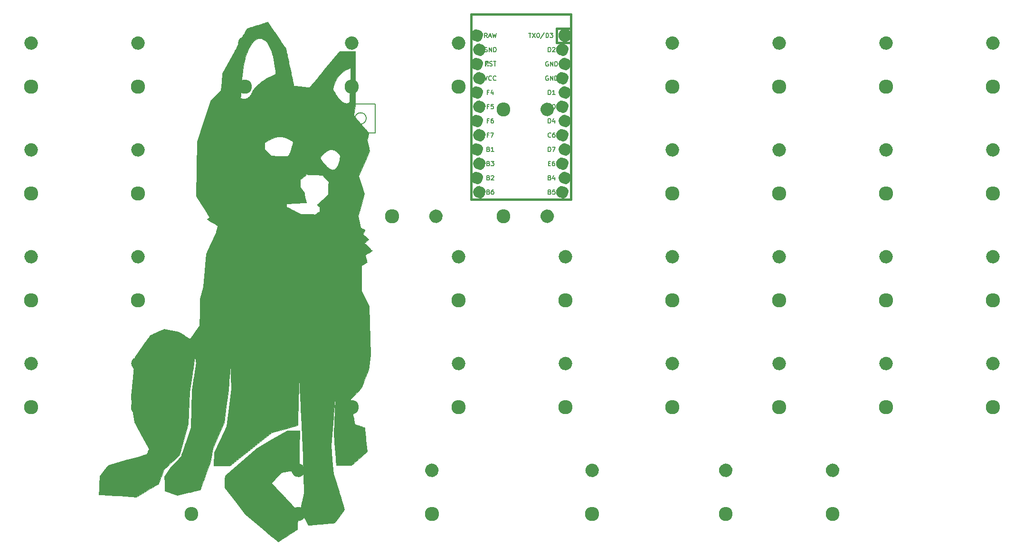
<source format=gbr>
G04 #@! TF.GenerationSoftware,KiCad,Pcbnew,(5.1.12)-1*
G04 #@! TF.CreationDate,2022-09-12T23:50:19-04:00*
G04 #@! TF.ProjectId,my-keeb-pro-micro,6d792d6b-6565-4622-9d70-726f2d6d6963,rev?*
G04 #@! TF.SameCoordinates,Original*
G04 #@! TF.FileFunction,Legend,Top*
G04 #@! TF.FilePolarity,Positive*
%FSLAX46Y46*%
G04 Gerber Fmt 4.6, Leading zero omitted, Abs format (unit mm)*
G04 Created by KiCad (PCBNEW (5.1.12)-1) date 2022-09-12 23:50:19*
%MOMM*%
%LPD*%
G01*
G04 APERTURE LIST*
%ADD10C,0.010000*%
%ADD11C,0.381000*%
%ADD12C,0.150000*%
%ADD13C,2.000000*%
G04 APERTURE END LIST*
D10*
G36*
X72315991Y-14579350D02*
G01*
X72256118Y-14596936D01*
X72162881Y-14624934D01*
X72039750Y-14662272D01*
X71890196Y-14707874D01*
X71717687Y-14760669D01*
X71525694Y-14819584D01*
X71317686Y-14883544D01*
X71097133Y-14951477D01*
X70867504Y-15022309D01*
X70632270Y-15094968D01*
X70394900Y-15168379D01*
X70158863Y-15241470D01*
X69927630Y-15313167D01*
X69704670Y-15382397D01*
X69493453Y-15448087D01*
X69297449Y-15509164D01*
X69120127Y-15564554D01*
X68964956Y-15613184D01*
X68835408Y-15653981D01*
X68734951Y-15685871D01*
X68667055Y-15707781D01*
X68635189Y-15718639D01*
X68633198Y-15719551D01*
X68622516Y-15738550D01*
X68592479Y-15793019D01*
X68544010Y-15881266D01*
X68478036Y-16001601D01*
X68395478Y-16152334D01*
X68297263Y-16331773D01*
X68184314Y-16538229D01*
X68057555Y-16770010D01*
X67917911Y-17025426D01*
X67766306Y-17302786D01*
X67603665Y-17600401D01*
X67430911Y-17916578D01*
X67248969Y-18249628D01*
X67058763Y-18597860D01*
X66861218Y-18959583D01*
X66657257Y-19333107D01*
X66447806Y-19716741D01*
X66419507Y-19768579D01*
X64213044Y-23810324D01*
X64120169Y-25261329D01*
X64027294Y-26712333D01*
X63131327Y-27611917D01*
X62235360Y-28511500D01*
X60975229Y-32247417D01*
X59715098Y-35983333D01*
X59609362Y-45610553D01*
X60795244Y-47481988D01*
X60956941Y-47737580D01*
X61111788Y-47983165D01*
X61258324Y-48216382D01*
X61395090Y-48434870D01*
X61520625Y-48636269D01*
X61633469Y-48818218D01*
X61732162Y-48978356D01*
X61815243Y-49114322D01*
X61881252Y-49223757D01*
X61928729Y-49304298D01*
X61956213Y-49353586D01*
X61962688Y-49369244D01*
X61940011Y-49388375D01*
X61891931Y-49428738D01*
X61825520Y-49484403D01*
X61748458Y-49548928D01*
X61672774Y-49613401D01*
X61610702Y-49668434D01*
X61568572Y-49708259D01*
X61552716Y-49727110D01*
X61552710Y-49727228D01*
X61570128Y-49740903D01*
X61620147Y-49774837D01*
X61699444Y-49826896D01*
X61804696Y-49894946D01*
X61932577Y-49976853D01*
X62079765Y-50070482D01*
X62242935Y-50173701D01*
X62418763Y-50284374D01*
X62493187Y-50331062D01*
X62674508Y-50445251D01*
X62843711Y-50552879D01*
X62997561Y-50651813D01*
X63132823Y-50739923D01*
X63246259Y-50815077D01*
X63334635Y-50875144D01*
X63394714Y-50917993D01*
X63423260Y-50941492D01*
X63425171Y-50944896D01*
X63417802Y-50970900D01*
X63401085Y-51032520D01*
X63376441Y-51124432D01*
X63345293Y-51241309D01*
X63309061Y-51377829D01*
X63269167Y-51528666D01*
X63257576Y-51572583D01*
X63098431Y-52175833D01*
X62228540Y-54059667D01*
X61358649Y-55943500D01*
X61096237Y-58869471D01*
X60833825Y-61795441D01*
X60279087Y-63965667D01*
X60222668Y-66329155D01*
X60166250Y-68692643D01*
X59319583Y-69890307D01*
X59129013Y-70159137D01*
X58961596Y-70393730D01*
X58817415Y-70593976D01*
X58696550Y-70759764D01*
X58599083Y-70890985D01*
X58525094Y-70987530D01*
X58474664Y-71049287D01*
X58447875Y-71076148D01*
X58444164Y-71077311D01*
X58421218Y-71064456D01*
X58365662Y-71031357D01*
X58280868Y-70980075D01*
X58170207Y-70912671D01*
X58037050Y-70831205D01*
X57884768Y-70737738D01*
X57716732Y-70634332D01*
X57536314Y-70523048D01*
X57424003Y-70453650D01*
X56432594Y-69840649D01*
X55180150Y-69586033D01*
X54954805Y-69540378D01*
X54740919Y-69497348D01*
X54542249Y-69457679D01*
X54362548Y-69422105D01*
X54205573Y-69391363D01*
X54075078Y-69366188D01*
X53974819Y-69347315D01*
X53908551Y-69335479D01*
X53880099Y-69331417D01*
X53852378Y-69339911D01*
X53790186Y-69364197D01*
X53697561Y-69402475D01*
X53578536Y-69452945D01*
X53437149Y-69513810D01*
X53277434Y-69583269D01*
X53103428Y-69659525D01*
X52919167Y-69740779D01*
X52728685Y-69825231D01*
X52536020Y-69911082D01*
X52345206Y-69996535D01*
X52160279Y-70079789D01*
X51985276Y-70159046D01*
X51824232Y-70232508D01*
X51681183Y-70298375D01*
X51560164Y-70354848D01*
X51465212Y-70400128D01*
X51400362Y-70432418D01*
X51369650Y-70449917D01*
X51368442Y-70450945D01*
X51352038Y-70472653D01*
X51313314Y-70527024D01*
X51253847Y-70611776D01*
X51175214Y-70724627D01*
X51078992Y-70863295D01*
X50966757Y-71025499D01*
X50840085Y-71208958D01*
X50700554Y-71411389D01*
X50549741Y-71630510D01*
X50389221Y-71864042D01*
X50220571Y-72109701D01*
X50045369Y-72365206D01*
X50014940Y-72409612D01*
X48696245Y-74334224D01*
X48330880Y-77849445D01*
X48291104Y-78232795D01*
X48252531Y-78605845D01*
X48215390Y-78966318D01*
X48179912Y-79311934D01*
X48146325Y-79640416D01*
X48114859Y-79949484D01*
X48085744Y-80236862D01*
X48059209Y-80500269D01*
X48035484Y-80737428D01*
X48014798Y-80946060D01*
X47997381Y-81123888D01*
X47983463Y-81268631D01*
X47973272Y-81378013D01*
X47967039Y-81449754D01*
X47964992Y-81481083D01*
X47967725Y-81517912D01*
X47975818Y-81593723D01*
X47988892Y-81705553D01*
X48006568Y-81850442D01*
X48028466Y-82025429D01*
X48054207Y-82227551D01*
X48083413Y-82453848D01*
X48115704Y-82701359D01*
X48150701Y-82967122D01*
X48188025Y-83248175D01*
X48227296Y-83541558D01*
X48257689Y-83767083D01*
X48550908Y-85936667D01*
X49866228Y-88324421D01*
X51181547Y-90712176D01*
X50965714Y-91181921D01*
X50905668Y-91312387D01*
X50851512Y-91429637D01*
X50805729Y-91528327D01*
X50770804Y-91603114D01*
X50749220Y-91648655D01*
X50743317Y-91660359D01*
X50722586Y-91666992D01*
X50663245Y-91684577D01*
X50567413Y-91712506D01*
X50437205Y-91750175D01*
X50274739Y-91796977D01*
X50082131Y-91852306D01*
X49861498Y-91915557D01*
X49614956Y-91986124D01*
X49344623Y-92063401D01*
X49052615Y-92146782D01*
X48741048Y-92235661D01*
X48412040Y-92329433D01*
X48067706Y-92427491D01*
X47710165Y-92529229D01*
X47341592Y-92634025D01*
X43946429Y-93599000D01*
X43184610Y-94583954D01*
X42422791Y-95568907D01*
X42335489Y-97123954D01*
X42321183Y-97378784D01*
X42307481Y-97622894D01*
X42294580Y-97852742D01*
X42282681Y-98064786D01*
X42271982Y-98255483D01*
X42262680Y-98421292D01*
X42254976Y-98558671D01*
X42249067Y-98664076D01*
X42245153Y-98733967D01*
X42243495Y-98763667D01*
X42238805Y-98848333D01*
X42651194Y-98874989D01*
X42722509Y-98879530D01*
X42833193Y-98886487D01*
X42980363Y-98895679D01*
X43161134Y-98906929D01*
X43372622Y-98920058D01*
X43611942Y-98934888D01*
X43876211Y-98951241D01*
X44162544Y-98968937D01*
X44468057Y-98987799D01*
X44789866Y-99007648D01*
X45125086Y-99028306D01*
X45470833Y-99049594D01*
X45824223Y-99071334D01*
X45977545Y-99080760D01*
X48891507Y-99259877D01*
X50856462Y-98104701D01*
X51121791Y-97948557D01*
X51377164Y-97797962D01*
X51620171Y-97654352D01*
X51848403Y-97519164D01*
X52059453Y-97393837D01*
X52250911Y-97279806D01*
X52420368Y-97178510D01*
X52565415Y-97091385D01*
X52683645Y-97019868D01*
X52772648Y-96965398D01*
X52830015Y-96929410D01*
X52853337Y-96913342D01*
X52853486Y-96913183D01*
X52866523Y-96887431D01*
X52893176Y-96825568D01*
X52932068Y-96731071D01*
X52981822Y-96607418D01*
X53041059Y-96458086D01*
X53108400Y-96286552D01*
X53182469Y-96096294D01*
X53261887Y-95890788D01*
X53345277Y-95673513D01*
X53360045Y-95634881D01*
X53834533Y-94392923D01*
X55103498Y-93191628D01*
X55301030Y-93004674D01*
X55491664Y-92824334D01*
X55672880Y-92652986D01*
X55842159Y-92493008D01*
X55996984Y-92346778D01*
X56134833Y-92216674D01*
X56253189Y-92105074D01*
X56349532Y-92014356D01*
X56421344Y-91946899D01*
X56466105Y-91905080D01*
X56476943Y-91895083D01*
X56581423Y-91799833D01*
X58180683Y-86254167D01*
X58400959Y-80560333D01*
X58877556Y-77311604D01*
X58931199Y-76946121D01*
X58983205Y-76592142D01*
X59033241Y-76251924D01*
X59080971Y-75927721D01*
X59126063Y-75621790D01*
X59168182Y-75336387D01*
X59206995Y-75073767D01*
X59242169Y-74836186D01*
X59273368Y-74625900D01*
X59300260Y-74445165D01*
X59322510Y-74296236D01*
X59339785Y-74181370D01*
X59351751Y-74102821D01*
X59358075Y-74062846D01*
X59359002Y-74058026D01*
X59363617Y-74076212D01*
X59373309Y-74130382D01*
X59387193Y-74214605D01*
X59404383Y-74322954D01*
X59423994Y-74449501D01*
X59445141Y-74588316D01*
X59466938Y-74733471D01*
X59488500Y-74879038D01*
X59508941Y-75019088D01*
X59527375Y-75147692D01*
X59542918Y-75258922D01*
X59554685Y-75346850D01*
X59561788Y-75405547D01*
X59563520Y-75427417D01*
X59560155Y-75454873D01*
X59550581Y-75521465D01*
X59535211Y-75624519D01*
X59514459Y-75761356D01*
X59488740Y-75929303D01*
X59458468Y-76125683D01*
X59424056Y-76347821D01*
X59385919Y-76593040D01*
X59344471Y-76858666D01*
X59300125Y-77142021D01*
X59253297Y-77440431D01*
X59204399Y-77751220D01*
X59180329Y-77903917D01*
X58798063Y-80327500D01*
X58723211Y-83650667D01*
X58648358Y-86973833D01*
X57781234Y-89471500D01*
X57672290Y-89784991D01*
X57566851Y-90087788D01*
X57465781Y-90377439D01*
X57369944Y-90651494D01*
X57280205Y-90907500D01*
X57197428Y-91143007D01*
X57122478Y-91355564D01*
X57056217Y-91542720D01*
X56999512Y-91702023D01*
X56953225Y-91831023D01*
X56918222Y-91927268D01*
X56895366Y-91988306D01*
X56885659Y-92011500D01*
X56866662Y-92033915D01*
X56821242Y-92084604D01*
X56751861Y-92160891D01*
X56660982Y-92260104D01*
X56551067Y-92379568D01*
X56424578Y-92516609D01*
X56283978Y-92668553D01*
X56131729Y-92832726D01*
X55970293Y-93006453D01*
X55894349Y-93088063D01*
X54931491Y-94122293D01*
X54429885Y-94903277D01*
X53928278Y-95684261D01*
X53962389Y-96790047D01*
X53969012Y-97007536D01*
X53975205Y-97216265D01*
X53980842Y-97411626D01*
X53985797Y-97589010D01*
X53989945Y-97743810D01*
X53993160Y-97871416D01*
X53995317Y-97967222D01*
X53996290Y-98026618D01*
X53996333Y-98036121D01*
X53996166Y-98176409D01*
X56165750Y-98961889D01*
X58224888Y-98479334D01*
X58512603Y-98411846D01*
X58788532Y-98347004D01*
X59049900Y-98285464D01*
X59293932Y-98227885D01*
X59517853Y-98174928D01*
X59718888Y-98127249D01*
X59894263Y-98085509D01*
X60041202Y-98050365D01*
X60156932Y-98022476D01*
X60238676Y-98002502D01*
X60283661Y-97991101D01*
X60291863Y-97988639D01*
X60300148Y-97968184D01*
X60322405Y-97910483D01*
X60357732Y-97817928D01*
X60405227Y-97692906D01*
X60463986Y-97537808D01*
X60533108Y-97355023D01*
X60611690Y-97146941D01*
X60698830Y-96915950D01*
X60793626Y-96664440D01*
X60895175Y-96394801D01*
X61002574Y-96109421D01*
X61114922Y-95810691D01*
X61225824Y-95515616D01*
X62151948Y-93050731D01*
X62561530Y-90635667D01*
X63561066Y-88307333D01*
X64560601Y-85979000D01*
X64931310Y-83100333D01*
X65302018Y-80221667D01*
X65529913Y-77575833D01*
X65564302Y-77177467D01*
X65595367Y-76819606D01*
X65623272Y-76500568D01*
X65648180Y-76218669D01*
X65670253Y-75972226D01*
X65689656Y-75759554D01*
X65706551Y-75578970D01*
X65721103Y-75428791D01*
X65733474Y-75307333D01*
X65743827Y-75212913D01*
X65752326Y-75143846D01*
X65759135Y-75098451D01*
X65764415Y-75075042D01*
X65768332Y-75071937D01*
X65771048Y-75087452D01*
X65771160Y-75088750D01*
X65773043Y-75130939D01*
X65775052Y-75212532D01*
X65777158Y-75330598D01*
X65779334Y-75482209D01*
X65781549Y-75664434D01*
X65783776Y-75874345D01*
X65785984Y-76109010D01*
X65788146Y-76365501D01*
X65790232Y-76640888D01*
X65792213Y-76932242D01*
X65794061Y-77236632D01*
X65795746Y-77551129D01*
X65796025Y-77607583D01*
X65807536Y-79967667D01*
X65396944Y-83343750D01*
X64986351Y-86719833D01*
X63874487Y-89012040D01*
X62762623Y-91304248D01*
X62731723Y-93694250D01*
X65555684Y-93694250D01*
X69295633Y-90756049D01*
X73035583Y-87817849D01*
X75347395Y-87153380D01*
X77659207Y-86488910D01*
X77669216Y-86403288D01*
X77670768Y-86373978D01*
X77673399Y-86304375D01*
X77677051Y-86196505D01*
X77681665Y-86052393D01*
X77687182Y-85874064D01*
X77693543Y-85663544D01*
X77700690Y-85422858D01*
X77708564Y-85154030D01*
X77717106Y-84859088D01*
X77726257Y-84540056D01*
X77735959Y-84198958D01*
X77746152Y-83837822D01*
X77756779Y-83458671D01*
X77767780Y-83063532D01*
X77779096Y-82654429D01*
X77790669Y-82233389D01*
X77798218Y-81957333D01*
X77809876Y-81530769D01*
X77821261Y-81115441D01*
X77832317Y-80713334D01*
X77842988Y-80326430D01*
X77853219Y-79956713D01*
X77862953Y-79606166D01*
X77872136Y-79276771D01*
X77880710Y-78970512D01*
X77888622Y-78689373D01*
X77895814Y-78435336D01*
X77902231Y-78210384D01*
X77907817Y-78016500D01*
X77912517Y-77855668D01*
X77916274Y-77729871D01*
X77919034Y-77641092D01*
X77920740Y-77591314D01*
X77921266Y-77580765D01*
X77922630Y-77600405D01*
X77926047Y-77660799D01*
X77931438Y-77760421D01*
X77938726Y-77897748D01*
X77947833Y-78071252D01*
X77958680Y-78279409D01*
X77971189Y-78520694D01*
X77985282Y-78793580D01*
X78000881Y-79096543D01*
X78017907Y-79428058D01*
X78036283Y-79786598D01*
X78055931Y-80170638D01*
X78076772Y-80578654D01*
X78098728Y-81009119D01*
X78121722Y-81460509D01*
X78145674Y-81931297D01*
X78170506Y-82419959D01*
X78196142Y-82924970D01*
X78222502Y-83444803D01*
X78249508Y-83977933D01*
X78277082Y-84522835D01*
X78291026Y-84798598D01*
X78656729Y-92032667D01*
X78764035Y-98657833D01*
X78457485Y-100118333D01*
X78406450Y-100361652D01*
X78357875Y-100593574D01*
X78312477Y-100810655D01*
X78270972Y-101009453D01*
X78234077Y-101186524D01*
X78202510Y-101338427D01*
X78176987Y-101461717D01*
X78158224Y-101552952D01*
X78146938Y-101608689D01*
X78143843Y-101624923D01*
X78152636Y-101653567D01*
X78181921Y-101718178D01*
X78231262Y-101817925D01*
X78300223Y-101951977D01*
X78388369Y-102119502D01*
X78495263Y-102319670D01*
X78620471Y-102551649D01*
X78763555Y-102814607D01*
X78856416Y-102984371D01*
X79576083Y-104297729D01*
X79692500Y-104295068D01*
X79768880Y-104292168D01*
X79835582Y-104287695D01*
X79861833Y-104284853D01*
X79889855Y-104282005D01*
X79957184Y-104275747D01*
X80060951Y-104266334D01*
X80198288Y-104254018D01*
X80366327Y-104239054D01*
X80562200Y-104221695D01*
X80783038Y-104202196D01*
X81025974Y-104180809D01*
X81288139Y-104157790D01*
X81566665Y-104133391D01*
X81858684Y-104107866D01*
X82093411Y-104087388D01*
X82393013Y-104061129D01*
X82680705Y-104035636D01*
X82953683Y-104011172D01*
X83209146Y-103987999D01*
X83444291Y-103966383D01*
X83656315Y-103946586D01*
X83842417Y-103928873D01*
X83999793Y-103913505D01*
X84125642Y-103900748D01*
X84217161Y-103890865D01*
X84271547Y-103884119D01*
X84286439Y-103881156D01*
X84301085Y-103861746D01*
X84338693Y-103811018D01*
X84397187Y-103731791D01*
X84474493Y-103626884D01*
X84568538Y-103499115D01*
X84677246Y-103351304D01*
X84798544Y-103186269D01*
X84930356Y-103006830D01*
X85070610Y-102815806D01*
X85155115Y-102700667D01*
X85317418Y-102478827D01*
X85466239Y-102274073D01*
X85600105Y-102088495D01*
X85717541Y-101924180D01*
X85817073Y-101783216D01*
X85897227Y-101667693D01*
X85956528Y-101579699D01*
X85993504Y-101521322D01*
X86006680Y-101494650D01*
X86006686Y-101494167D01*
X86000204Y-101469494D01*
X85981831Y-101406606D01*
X85952248Y-101307711D01*
X85912131Y-101175019D01*
X85862159Y-101010738D01*
X85803008Y-100817077D01*
X85735359Y-100596246D01*
X85659887Y-100350454D01*
X85577271Y-100081909D01*
X85488190Y-99792821D01*
X85393321Y-99485399D01*
X85293341Y-99161852D01*
X85188929Y-98824389D01*
X85080763Y-98475220D01*
X85029060Y-98308465D01*
X84054171Y-95165097D01*
X83831251Y-92635798D01*
X83608332Y-90106500D01*
X84036768Y-84969866D01*
X84075362Y-84507497D01*
X84113075Y-84056360D01*
X84149754Y-83618263D01*
X84185245Y-83195012D01*
X84219396Y-82788414D01*
X84252053Y-82400275D01*
X84283062Y-82032403D01*
X84312272Y-81686604D01*
X84339528Y-81364684D01*
X84364677Y-81068450D01*
X84387566Y-80799710D01*
X84408043Y-80560268D01*
X84425953Y-80351934D01*
X84441144Y-80176511D01*
X84453462Y-80035809D01*
X84462755Y-79931633D01*
X84468868Y-79865789D01*
X84471649Y-79840085D01*
X84471761Y-79839788D01*
X84471478Y-79861264D01*
X84469343Y-79922976D01*
X84465445Y-80022873D01*
X84459875Y-80158901D01*
X84452722Y-80329007D01*
X84444078Y-80531141D01*
X84434030Y-80763250D01*
X84422671Y-81023280D01*
X84410089Y-81309180D01*
X84396374Y-81618897D01*
X84381618Y-81950379D01*
X84365909Y-82301573D01*
X84349338Y-82670428D01*
X84331995Y-83054890D01*
X84313970Y-83452908D01*
X84295352Y-83862428D01*
X84294263Y-83886338D01*
X84110210Y-87926333D01*
X84331984Y-90757365D01*
X84358864Y-91099594D01*
X84384967Y-91430142D01*
X84410092Y-91746559D01*
X84434037Y-92046392D01*
X84456604Y-92327190D01*
X84477591Y-92586501D01*
X84496798Y-92821875D01*
X84514025Y-93030859D01*
X84529070Y-93211001D01*
X84541734Y-93359851D01*
X84551816Y-93474957D01*
X84559115Y-93553867D01*
X84563432Y-93594130D01*
X84564350Y-93598989D01*
X84586797Y-93601034D01*
X84648010Y-93603378D01*
X84744428Y-93605956D01*
X84872484Y-93608706D01*
X85028615Y-93611563D01*
X85209258Y-93614463D01*
X85410847Y-93617344D01*
X85629818Y-93620141D01*
X85862608Y-93622790D01*
X85940737Y-93623609D01*
X87306530Y-93637636D01*
X88637723Y-92445734D01*
X88841011Y-92263687D01*
X89036003Y-92089013D01*
X89220283Y-91923877D01*
X89391438Y-91770446D01*
X89547053Y-91630885D01*
X89684714Y-91507360D01*
X89802008Y-91402039D01*
X89896519Y-91317085D01*
X89965834Y-91254667D01*
X90007538Y-91216949D01*
X90018547Y-91206846D01*
X90068178Y-91159860D01*
X89842300Y-89035239D01*
X89810879Y-88739987D01*
X89780683Y-88456837D01*
X89752015Y-88188600D01*
X89725180Y-87938085D01*
X89700479Y-87708105D01*
X89678217Y-87501470D01*
X89658696Y-87320992D01*
X89642219Y-87169480D01*
X89629091Y-87049747D01*
X89619614Y-86964602D01*
X89614091Y-86916857D01*
X89612753Y-86907191D01*
X89592607Y-86899868D01*
X89536461Y-86880306D01*
X89448394Y-86849903D01*
X89332480Y-86810059D01*
X89192798Y-86762175D01*
X89033423Y-86707650D01*
X88858433Y-86647883D01*
X88731643Y-86604637D01*
X88548161Y-86541989D01*
X88377393Y-86483496D01*
X88223436Y-86430575D01*
X88090386Y-86384643D01*
X87982339Y-86347114D01*
X87903391Y-86319408D01*
X87857638Y-86302939D01*
X87847575Y-86298880D01*
X87842474Y-86277084D01*
X87830591Y-86216943D01*
X87812526Y-86121794D01*
X87788877Y-85994979D01*
X87760244Y-85839834D01*
X87727225Y-85659701D01*
X87690421Y-85457917D01*
X87650431Y-85237823D01*
X87607852Y-85002756D01*
X87563286Y-84756057D01*
X87517331Y-84501064D01*
X87470586Y-84241116D01*
X87423651Y-83979553D01*
X87377124Y-83719714D01*
X87331605Y-83464938D01*
X87287694Y-83218563D01*
X87245989Y-82983930D01*
X87207090Y-82764377D01*
X87171595Y-82563243D01*
X87140105Y-82383868D01*
X87113217Y-82229590D01*
X87091533Y-82103749D01*
X87075650Y-82009684D01*
X87066168Y-81950733D01*
X87063618Y-81930363D01*
X87078766Y-81910749D01*
X87120682Y-81863089D01*
X87186941Y-81789995D01*
X87275116Y-81694078D01*
X87382785Y-81577950D01*
X87507520Y-81444223D01*
X87646898Y-81295509D01*
X87798494Y-81134419D01*
X87959881Y-80963565D01*
X88031349Y-80888101D01*
X88993614Y-79872810D01*
X89100311Y-79618417D01*
X84493991Y-79618417D01*
X84490665Y-79648465D01*
X84483315Y-79644875D01*
X84480519Y-79601539D01*
X84483315Y-79591958D01*
X84491041Y-79589299D01*
X84493991Y-79618417D01*
X89100311Y-79618417D01*
X89675976Y-78245890D01*
X90358337Y-76618971D01*
X90489878Y-75245319D01*
X90621418Y-73871667D01*
X90385198Y-65272447D01*
X89716902Y-63909973D01*
X89048605Y-62547500D01*
X89027430Y-60864750D01*
X89023985Y-60582718D01*
X89020716Y-60299042D01*
X89017669Y-60018647D01*
X89014889Y-59746454D01*
X89012421Y-59487389D01*
X89010309Y-59246373D01*
X89008600Y-59028331D01*
X89007339Y-58838186D01*
X89006570Y-58680860D01*
X89006338Y-58568167D01*
X89006420Y-57954333D01*
X89516295Y-57689750D01*
X89651069Y-57619201D01*
X89773132Y-57554135D01*
X89877520Y-57497292D01*
X89959267Y-57451414D01*
X90013411Y-57419240D01*
X90034985Y-57403513D01*
X90035082Y-57403313D01*
X90031561Y-57379900D01*
X90018797Y-57321672D01*
X89998343Y-57234749D01*
X89971753Y-57125250D01*
X89940577Y-56999294D01*
X89906370Y-56863001D01*
X89870684Y-56722488D01*
X89835071Y-56583877D01*
X89801085Y-56453286D01*
X89770277Y-56336833D01*
X89744202Y-56240640D01*
X89724410Y-56170824D01*
X89713785Y-56137060D01*
X89729271Y-56120855D01*
X89777355Y-56085911D01*
X89854048Y-56034785D01*
X89955362Y-55970038D01*
X90077311Y-55894229D01*
X90215905Y-55809916D01*
X90328753Y-55742417D01*
X90475599Y-55654491D01*
X90610157Y-55572565D01*
X90728237Y-55499297D01*
X90825648Y-55437342D01*
X90898201Y-55389357D01*
X90941706Y-55357999D01*
X90952781Y-55346742D01*
X90937433Y-55315875D01*
X90912632Y-55293092D01*
X90889321Y-55272540D01*
X90839276Y-55225412D01*
X90765826Y-55154938D01*
X90672298Y-55064348D01*
X90562020Y-54956873D01*
X90438321Y-54835741D01*
X90304528Y-54704184D01*
X90224906Y-54625651D01*
X89577716Y-53986602D01*
X89958816Y-53664175D01*
X90065838Y-53572780D01*
X90160776Y-53490073D01*
X90239222Y-53420028D01*
X90296768Y-53366621D01*
X90329008Y-53333826D01*
X90334333Y-53325516D01*
X90317487Y-53308007D01*
X90270193Y-53265345D01*
X90192138Y-53197261D01*
X90083006Y-53103486D01*
X89942485Y-52983751D01*
X89770258Y-52837788D01*
X89566013Y-52665327D01*
X89362677Y-52494065D01*
X89299271Y-52440713D01*
X89483355Y-52049136D01*
X89550194Y-51904745D01*
X89598709Y-51794505D01*
X89630201Y-51715056D01*
X89645970Y-51663038D01*
X89647314Y-51635092D01*
X89645138Y-51630946D01*
X89619984Y-51613683D01*
X89562955Y-51581180D01*
X89480226Y-51536746D01*
X89377975Y-51483688D01*
X89262380Y-51425314D01*
X89245270Y-51416800D01*
X88867703Y-51229266D01*
X88469705Y-49157788D01*
X89020124Y-47163969D01*
X89570543Y-45170149D01*
X89045631Y-43595729D01*
X88870874Y-43071561D01*
X83165842Y-43071561D01*
X83153733Y-43824280D01*
X83150393Y-44020233D01*
X83146625Y-44221476D01*
X83142613Y-44419384D01*
X83138543Y-44605334D01*
X83134600Y-44770703D01*
X83130970Y-44906867D01*
X83129261Y-44963452D01*
X83116897Y-45349904D01*
X82124365Y-46250582D01*
X81951017Y-46408119D01*
X81787291Y-46557362D01*
X81635831Y-46695871D01*
X81499280Y-46821205D01*
X81380284Y-46930927D01*
X81281486Y-47022597D01*
X81205529Y-47093774D01*
X81155058Y-47142021D01*
X81132716Y-47164897D01*
X81131833Y-47166335D01*
X81147775Y-47183929D01*
X81191516Y-47221782D01*
X81256923Y-47274832D01*
X81337867Y-47338021D01*
X81364666Y-47358505D01*
X81597500Y-47535600D01*
X81595390Y-47918967D01*
X81593969Y-48045248D01*
X81591326Y-48159445D01*
X81587748Y-48253754D01*
X81583523Y-48320372D01*
X81579515Y-48349832D01*
X81560946Y-48375090D01*
X81514908Y-48413094D01*
X81439014Y-48465471D01*
X81330879Y-48533849D01*
X81188116Y-48619854D01*
X81153000Y-48640609D01*
X80740250Y-48883886D01*
X80359250Y-48871773D01*
X80250982Y-48868363D01*
X80107737Y-48863902D01*
X79936853Y-48858616D01*
X79745668Y-48852729D01*
X79541518Y-48846469D01*
X79331741Y-48840061D01*
X79123675Y-48833730D01*
X79099833Y-48833007D01*
X78221416Y-48806354D01*
X76955916Y-48173344D01*
X76690373Y-48040239D01*
X76460889Y-47924576D01*
X76265454Y-47825287D01*
X76102052Y-47741307D01*
X75968672Y-47671569D01*
X75863301Y-47615006D01*
X75783926Y-47570552D01*
X75728534Y-47537140D01*
X75695111Y-47513704D01*
X75681646Y-47499177D01*
X75681279Y-47498000D01*
X75677113Y-47460486D01*
X75672788Y-47391054D01*
X75668854Y-47300115D01*
X75666196Y-47212400D01*
X75660250Y-46969133D01*
X77459416Y-46877055D01*
X77731261Y-46863104D01*
X77990717Y-46849715D01*
X78234709Y-46837049D01*
X78460160Y-46825271D01*
X78663994Y-46814544D01*
X78843135Y-46805030D01*
X78994507Y-46796893D01*
X79115033Y-46790297D01*
X79201637Y-46785403D01*
X79251243Y-46782376D01*
X79262321Y-46781445D01*
X79256918Y-46761330D01*
X79239672Y-46707253D01*
X79212585Y-46625258D01*
X79177658Y-46521391D01*
X79136892Y-46401695D01*
X79128066Y-46375957D01*
X79081143Y-46237567D01*
X79044556Y-46123663D01*
X79015776Y-46023579D01*
X78992277Y-45926652D01*
X78971531Y-45822218D01*
X78951011Y-45699612D01*
X78928189Y-45548170D01*
X78922269Y-45507591D01*
X78854464Y-45041181D01*
X78132718Y-44044207D01*
X78142966Y-43351753D01*
X78153213Y-42659300D01*
X78727065Y-42204263D01*
X79300916Y-41749226D01*
X79438500Y-41760439D01*
X79484611Y-41763268D01*
X79568798Y-41767454D01*
X79686831Y-41772821D01*
X79834479Y-41779192D01*
X80007512Y-41786391D01*
X80201701Y-41794242D01*
X80412815Y-41802568D01*
X80636625Y-41811193D01*
X80832674Y-41818589D01*
X82089264Y-41865526D01*
X82627553Y-42468544D01*
X83165842Y-43071561D01*
X88870874Y-43071561D01*
X88520720Y-42021309D01*
X89518999Y-39787596D01*
X90144585Y-38387808D01*
X85244845Y-38387808D01*
X85219506Y-38624904D01*
X85179246Y-38921558D01*
X85122857Y-39217634D01*
X85052635Y-39504610D01*
X84970873Y-39773966D01*
X84879866Y-40017181D01*
X84795356Y-40200107D01*
X84667042Y-40420269D01*
X84529594Y-40601147D01*
X84383744Y-40742301D01*
X84230225Y-40843289D01*
X84069766Y-40903669D01*
X83903100Y-40922999D01*
X83730959Y-40900839D01*
X83665874Y-40881985D01*
X83485666Y-40804881D01*
X83292792Y-40690079D01*
X83089285Y-40539581D01*
X82877177Y-40355388D01*
X82658500Y-40139501D01*
X82435288Y-39893923D01*
X82209572Y-39620654D01*
X81983387Y-39321697D01*
X81768574Y-39013702D01*
X81657339Y-38847903D01*
X81736671Y-38727952D01*
X81876755Y-38529771D01*
X82034332Y-38330376D01*
X82201920Y-38138041D01*
X82372038Y-37961043D01*
X82537204Y-37807658D01*
X82655833Y-37711202D01*
X82844539Y-37583514D01*
X83042569Y-37475941D01*
X83237225Y-37395009D01*
X83322763Y-37368352D01*
X83408081Y-37347209D01*
X83485193Y-37334649D01*
X83568559Y-37329406D01*
X83672638Y-37330219D01*
X83734316Y-37332394D01*
X83899752Y-37345445D01*
X84043454Y-37372870D01*
X84179126Y-37419031D01*
X84320468Y-37488289D01*
X84433574Y-37554989D01*
X84539256Y-37629945D01*
X84660583Y-37731358D01*
X84789014Y-37850941D01*
X84916008Y-37980407D01*
X85033023Y-38111470D01*
X85121847Y-38222737D01*
X85244845Y-38387808D01*
X90144585Y-38387808D01*
X90517279Y-37553884D01*
X90280977Y-36607726D01*
X90136244Y-36028210D01*
X76856166Y-36028210D01*
X76850319Y-36054360D01*
X76833598Y-36116780D01*
X76807232Y-36211173D01*
X76772451Y-36333244D01*
X76730485Y-36478695D01*
X76682564Y-36643231D01*
X76629917Y-36822555D01*
X76593448Y-36946014D01*
X76529279Y-37162196D01*
X76475367Y-37342146D01*
X76430172Y-37490287D01*
X76392153Y-37611042D01*
X76359768Y-37708833D01*
X76331475Y-37788084D01*
X76305735Y-37853218D01*
X76281005Y-37908659D01*
X76255743Y-37958829D01*
X76228410Y-38008151D01*
X76215673Y-38030137D01*
X76156101Y-38132222D01*
X76093125Y-38240396D01*
X76036741Y-38337482D01*
X76014914Y-38375167D01*
X75929213Y-38523333D01*
X75688898Y-38517659D01*
X75622919Y-38516073D01*
X75519344Y-38513545D01*
X75382898Y-38510193D01*
X75218305Y-38506133D01*
X75030289Y-38501482D01*
X74823574Y-38496357D01*
X74602886Y-38490875D01*
X74372948Y-38485152D01*
X74210333Y-38481099D01*
X72972083Y-38450212D01*
X72374125Y-37846521D01*
X71776166Y-37242831D01*
X71776166Y-36088345D01*
X72100158Y-35871690D01*
X72497866Y-35627080D01*
X72899492Y-35422269D01*
X73303344Y-35258001D01*
X73707728Y-35135022D01*
X73850500Y-35101563D01*
X73933003Y-35084880D01*
X74010020Y-35072494D01*
X74090175Y-35063795D01*
X74182091Y-35058171D01*
X74294392Y-35055012D01*
X74435701Y-35053705D01*
X74527833Y-35053555D01*
X74688940Y-35054128D01*
X74816062Y-35056229D01*
X74917538Y-35060438D01*
X75001706Y-35067335D01*
X75076905Y-35077497D01*
X75151473Y-35091506D01*
X75187868Y-35099403D01*
X75558539Y-35203366D01*
X75912808Y-35345306D01*
X76247294Y-35523788D01*
X76368739Y-35601047D01*
X76470075Y-35672020D01*
X76570638Y-35748526D01*
X76664519Y-35825385D01*
X76745808Y-35897418D01*
X76808593Y-35959445D01*
X76846964Y-36006287D01*
X76856166Y-36028210D01*
X90136244Y-36028210D01*
X90044676Y-35661569D01*
X90201535Y-35008434D01*
X90246494Y-34819642D01*
X90281651Y-34667961D01*
X90307753Y-34549503D01*
X90325545Y-34460381D01*
X90335772Y-34396708D01*
X90339181Y-34354597D01*
X90336516Y-34330158D01*
X90332988Y-34323157D01*
X90315740Y-34302830D01*
X90272737Y-34252766D01*
X90205935Y-34175230D01*
X90117291Y-34072489D01*
X90008764Y-33946805D01*
X89882310Y-33800446D01*
X89739886Y-33635675D01*
X89583449Y-33454759D01*
X89414957Y-33259961D01*
X89236367Y-33053548D01*
X89049636Y-32837783D01*
X88997101Y-32777090D01*
X88808412Y-32559102D01*
X88627271Y-32349819D01*
X88455639Y-32151508D01*
X88295479Y-31966438D01*
X88148754Y-31796878D01*
X88017425Y-31645094D01*
X87903456Y-31513356D01*
X87808809Y-31403932D01*
X87735445Y-31319089D01*
X87685329Y-31261096D01*
X87660422Y-31232222D01*
X87658260Y-31229696D01*
X87651992Y-31215906D01*
X87649529Y-31190864D01*
X87651448Y-31150806D01*
X87658322Y-31091969D01*
X87670728Y-31010590D01*
X87689241Y-30902907D01*
X87714437Y-30765156D01*
X87746890Y-30593574D01*
X87787176Y-30384398D01*
X87788701Y-30376522D01*
X87947500Y-29556818D01*
X87947500Y-22893800D01*
X87138995Y-22893800D01*
X87138750Y-22954993D01*
X87137589Y-23032846D01*
X87135464Y-23129353D01*
X87132327Y-23246506D01*
X87128130Y-23386300D01*
X87122823Y-23550728D01*
X87116359Y-23741784D01*
X87108689Y-23961461D01*
X87099764Y-24211754D01*
X87089537Y-24494656D01*
X87077958Y-24812160D01*
X87064980Y-25166261D01*
X87050553Y-25558952D01*
X87036893Y-25930636D01*
X86930619Y-28822927D01*
X86883434Y-28861913D01*
X86777669Y-28933487D01*
X86650171Y-28995866D01*
X86516593Y-29042825D01*
X86392589Y-29068139D01*
X86358596Y-29070616D01*
X86308012Y-29067865D01*
X86234754Y-29058877D01*
X86178679Y-29049793D01*
X85986937Y-28995207D01*
X85788232Y-28899605D01*
X85583248Y-28763608D01*
X85372667Y-28587837D01*
X85157170Y-28372914D01*
X84937441Y-28119459D01*
X84714161Y-27828095D01*
X84506299Y-27527250D01*
X84430539Y-27409995D01*
X84350866Y-27282322D01*
X84270435Y-27149741D01*
X84192403Y-27017763D01*
X84119926Y-26891899D01*
X84056160Y-26777661D01*
X84004260Y-26680559D01*
X83967382Y-26606104D01*
X83948684Y-26559808D01*
X83947000Y-26550577D01*
X83952812Y-26506908D01*
X83968849Y-26430607D01*
X83993017Y-26329545D01*
X84023218Y-26211590D01*
X84057357Y-26084611D01*
X84093337Y-25956478D01*
X84129062Y-25835060D01*
X84162435Y-25728226D01*
X84180193Y-25675167D01*
X84291645Y-25388151D01*
X84428322Y-25093270D01*
X84583982Y-24801895D01*
X84752384Y-24525395D01*
X84927286Y-24275142D01*
X84999303Y-24182917D01*
X85199569Y-23955624D01*
X85428418Y-23730527D01*
X85674656Y-23517409D01*
X85927088Y-23326058D01*
X86136342Y-23188934D01*
X86256358Y-23120276D01*
X86390276Y-23050104D01*
X86531157Y-22981429D01*
X86672064Y-22917263D01*
X86806058Y-22860615D01*
X86926202Y-22814497D01*
X87025557Y-22781920D01*
X87097185Y-22765894D01*
X87113825Y-22764750D01*
X87119157Y-22764440D01*
X87123962Y-22764841D01*
X87128190Y-22767945D01*
X87131794Y-22775746D01*
X87134725Y-22790239D01*
X87136935Y-22813416D01*
X87138374Y-22847272D01*
X87138995Y-22893800D01*
X87947500Y-22893800D01*
X87947500Y-19801417D01*
X85142916Y-19802521D01*
X82467914Y-23029886D01*
X82201070Y-23351749D01*
X81941391Y-23664810D01*
X81690169Y-23967517D01*
X81448696Y-24258320D01*
X81218265Y-24535667D01*
X81000168Y-24798007D01*
X80795697Y-25043789D01*
X80606143Y-25271462D01*
X80432800Y-25479475D01*
X80276960Y-25666277D01*
X80139914Y-25830316D01*
X80022955Y-25970041D01*
X79927375Y-26083902D01*
X79854466Y-26170347D01*
X79805520Y-26227826D01*
X79781830Y-26254786D01*
X79779747Y-26256725D01*
X79748913Y-26253988D01*
X79681257Y-26246975D01*
X79580997Y-26236166D01*
X79452352Y-26222042D01*
X79299541Y-26205083D01*
X79126780Y-26185770D01*
X78938288Y-26164582D01*
X78738284Y-26142001D01*
X78530986Y-26118506D01*
X78320611Y-26094578D01*
X78111378Y-26070697D01*
X77907506Y-26047344D01*
X77713211Y-26024999D01*
X77532713Y-26004142D01*
X77370229Y-25985254D01*
X77229978Y-25968815D01*
X77116177Y-25955305D01*
X77033046Y-25945205D01*
X76984802Y-25938995D01*
X76974045Y-25937217D01*
X76968938Y-25915955D01*
X76955648Y-25855473D01*
X76934642Y-25757988D01*
X76906389Y-25625720D01*
X76871357Y-25460888D01*
X76830014Y-25265711D01*
X76782829Y-25042408D01*
X76730269Y-24793197D01*
X76672802Y-24520298D01*
X76610897Y-24225929D01*
X76545022Y-23912310D01*
X76507325Y-23732642D01*
X73723296Y-23732642D01*
X73723091Y-23833667D01*
X73495754Y-23936579D01*
X73364654Y-23998264D01*
X73205445Y-24076928D01*
X73026537Y-24168140D01*
X72836339Y-24267464D01*
X72643261Y-24370468D01*
X72455711Y-24472716D01*
X72282099Y-24569776D01*
X72146583Y-24647931D01*
X71750832Y-24889835D01*
X71379860Y-25135380D01*
X71036149Y-25382556D01*
X70722184Y-25629353D01*
X70440448Y-25873762D01*
X70193423Y-26113771D01*
X69983595Y-26347371D01*
X69873498Y-26487795D01*
X69803229Y-26584507D01*
X69745986Y-26667976D01*
X69696537Y-26747462D01*
X69649652Y-26832225D01*
X69600101Y-26931522D01*
X69542653Y-27054616D01*
X69499230Y-27150372D01*
X69380103Y-27394644D01*
X69259497Y-27600763D01*
X69134678Y-27772892D01*
X69002912Y-27915191D01*
X68986977Y-27930026D01*
X68849089Y-28038642D01*
X68691830Y-28133288D01*
X68530504Y-28205560D01*
X68427240Y-28237407D01*
X68313764Y-28255850D01*
X68176203Y-28264682D01*
X68031753Y-28263675D01*
X67897610Y-28252599D01*
X67849539Y-28245086D01*
X67754642Y-28223369D01*
X67653820Y-28194123D01*
X67609473Y-28178814D01*
X67493808Y-28135538D01*
X67507406Y-27487435D01*
X67530415Y-26744456D01*
X67567756Y-26015158D01*
X67619051Y-25301965D01*
X67683921Y-24607299D01*
X67761985Y-23933582D01*
X67852866Y-23283237D01*
X67956182Y-22658687D01*
X68071556Y-22062354D01*
X68198608Y-21496661D01*
X68336958Y-20964031D01*
X68486228Y-20466886D01*
X68646037Y-20007648D01*
X68700794Y-19865410D01*
X68882771Y-19438473D01*
X69075389Y-19052405D01*
X69278753Y-18707072D01*
X69492971Y-18402340D01*
X69718149Y-18138076D01*
X69954395Y-17914147D01*
X70201815Y-17730419D01*
X70460516Y-17586758D01*
X70559083Y-17543745D01*
X70628765Y-17517099D01*
X70688612Y-17499828D01*
X70751287Y-17490048D01*
X70829454Y-17485878D01*
X70935775Y-17485435D01*
X70950666Y-17485540D01*
X71063230Y-17487569D01*
X71147597Y-17493164D01*
X71217889Y-17504623D01*
X71288225Y-17524244D01*
X71372224Y-17554137D01*
X71552273Y-17633195D01*
X71717402Y-17731998D01*
X71878220Y-17857662D01*
X72010937Y-17982348D01*
X72201788Y-18198174D01*
X72384194Y-18454248D01*
X72557732Y-18749250D01*
X72721983Y-19081861D01*
X72876525Y-19450762D01*
X73020938Y-19854635D01*
X73154799Y-20292161D01*
X73277690Y-20762020D01*
X73389188Y-21262895D01*
X73488872Y-21793465D01*
X73576322Y-22352414D01*
X73651116Y-22938420D01*
X73680886Y-23214058D01*
X73694220Y-23349924D01*
X73705827Y-23478133D01*
X73715006Y-23590151D01*
X73721062Y-23677442D01*
X73723295Y-23731474D01*
X73723296Y-23732642D01*
X76507325Y-23732642D01*
X76475645Y-23581659D01*
X76403235Y-23236196D01*
X76328259Y-22878139D01*
X76284603Y-22669500D01*
X76208118Y-22304319D01*
X76133699Y-21949914D01*
X76061830Y-21608547D01*
X75992997Y-21282484D01*
X75927683Y-20973990D01*
X75866372Y-20685328D01*
X75809550Y-20418764D01*
X75757699Y-20176561D01*
X75711305Y-19960986D01*
X75670852Y-19774301D01*
X75636824Y-19618772D01*
X75609705Y-19496664D01*
X75589980Y-19410240D01*
X75578133Y-19361766D01*
X75575170Y-19352142D01*
X75557701Y-19322745D01*
X75518535Y-19261572D01*
X75459336Y-19171082D01*
X75381771Y-19053733D01*
X75287504Y-18911985D01*
X75178201Y-18748298D01*
X75055528Y-18565131D01*
X74921149Y-18364942D01*
X74776730Y-18150192D01*
X74623936Y-17923339D01*
X74464433Y-17686843D01*
X74299886Y-17443162D01*
X74131960Y-17194757D01*
X73962321Y-16944087D01*
X73792633Y-16693610D01*
X73624564Y-16445786D01*
X73459777Y-16203075D01*
X73299938Y-15967935D01*
X73146712Y-15742826D01*
X73001765Y-15530207D01*
X72866763Y-15332537D01*
X72743369Y-15152276D01*
X72633251Y-14991882D01*
X72538073Y-14853816D01*
X72459500Y-14740536D01*
X72399198Y-14654502D01*
X72358832Y-14598173D01*
X72340068Y-14574008D01*
X72339032Y-14573250D01*
X72315991Y-14579350D01*
G37*
X72315991Y-14579350D02*
X72256118Y-14596936D01*
X72162881Y-14624934D01*
X72039750Y-14662272D01*
X71890196Y-14707874D01*
X71717687Y-14760669D01*
X71525694Y-14819584D01*
X71317686Y-14883544D01*
X71097133Y-14951477D01*
X70867504Y-15022309D01*
X70632270Y-15094968D01*
X70394900Y-15168379D01*
X70158863Y-15241470D01*
X69927630Y-15313167D01*
X69704670Y-15382397D01*
X69493453Y-15448087D01*
X69297449Y-15509164D01*
X69120127Y-15564554D01*
X68964956Y-15613184D01*
X68835408Y-15653981D01*
X68734951Y-15685871D01*
X68667055Y-15707781D01*
X68635189Y-15718639D01*
X68633198Y-15719551D01*
X68622516Y-15738550D01*
X68592479Y-15793019D01*
X68544010Y-15881266D01*
X68478036Y-16001601D01*
X68395478Y-16152334D01*
X68297263Y-16331773D01*
X68184314Y-16538229D01*
X68057555Y-16770010D01*
X67917911Y-17025426D01*
X67766306Y-17302786D01*
X67603665Y-17600401D01*
X67430911Y-17916578D01*
X67248969Y-18249628D01*
X67058763Y-18597860D01*
X66861218Y-18959583D01*
X66657257Y-19333107D01*
X66447806Y-19716741D01*
X66419507Y-19768579D01*
X64213044Y-23810324D01*
X64120169Y-25261329D01*
X64027294Y-26712333D01*
X63131327Y-27611917D01*
X62235360Y-28511500D01*
X60975229Y-32247417D01*
X59715098Y-35983333D01*
X59609362Y-45610553D01*
X60795244Y-47481988D01*
X60956941Y-47737580D01*
X61111788Y-47983165D01*
X61258324Y-48216382D01*
X61395090Y-48434870D01*
X61520625Y-48636269D01*
X61633469Y-48818218D01*
X61732162Y-48978356D01*
X61815243Y-49114322D01*
X61881252Y-49223757D01*
X61928729Y-49304298D01*
X61956213Y-49353586D01*
X61962688Y-49369244D01*
X61940011Y-49388375D01*
X61891931Y-49428738D01*
X61825520Y-49484403D01*
X61748458Y-49548928D01*
X61672774Y-49613401D01*
X61610702Y-49668434D01*
X61568572Y-49708259D01*
X61552716Y-49727110D01*
X61552710Y-49727228D01*
X61570128Y-49740903D01*
X61620147Y-49774837D01*
X61699444Y-49826896D01*
X61804696Y-49894946D01*
X61932577Y-49976853D01*
X62079765Y-50070482D01*
X62242935Y-50173701D01*
X62418763Y-50284374D01*
X62493187Y-50331062D01*
X62674508Y-50445251D01*
X62843711Y-50552879D01*
X62997561Y-50651813D01*
X63132823Y-50739923D01*
X63246259Y-50815077D01*
X63334635Y-50875144D01*
X63394714Y-50917993D01*
X63423260Y-50941492D01*
X63425171Y-50944896D01*
X63417802Y-50970900D01*
X63401085Y-51032520D01*
X63376441Y-51124432D01*
X63345293Y-51241309D01*
X63309061Y-51377829D01*
X63269167Y-51528666D01*
X63257576Y-51572583D01*
X63098431Y-52175833D01*
X62228540Y-54059667D01*
X61358649Y-55943500D01*
X61096237Y-58869471D01*
X60833825Y-61795441D01*
X60279087Y-63965667D01*
X60222668Y-66329155D01*
X60166250Y-68692643D01*
X59319583Y-69890307D01*
X59129013Y-70159137D01*
X58961596Y-70393730D01*
X58817415Y-70593976D01*
X58696550Y-70759764D01*
X58599083Y-70890985D01*
X58525094Y-70987530D01*
X58474664Y-71049287D01*
X58447875Y-71076148D01*
X58444164Y-71077311D01*
X58421218Y-71064456D01*
X58365662Y-71031357D01*
X58280868Y-70980075D01*
X58170207Y-70912671D01*
X58037050Y-70831205D01*
X57884768Y-70737738D01*
X57716732Y-70634332D01*
X57536314Y-70523048D01*
X57424003Y-70453650D01*
X56432594Y-69840649D01*
X55180150Y-69586033D01*
X54954805Y-69540378D01*
X54740919Y-69497348D01*
X54542249Y-69457679D01*
X54362548Y-69422105D01*
X54205573Y-69391363D01*
X54075078Y-69366188D01*
X53974819Y-69347315D01*
X53908551Y-69335479D01*
X53880099Y-69331417D01*
X53852378Y-69339911D01*
X53790186Y-69364197D01*
X53697561Y-69402475D01*
X53578536Y-69452945D01*
X53437149Y-69513810D01*
X53277434Y-69583269D01*
X53103428Y-69659525D01*
X52919167Y-69740779D01*
X52728685Y-69825231D01*
X52536020Y-69911082D01*
X52345206Y-69996535D01*
X52160279Y-70079789D01*
X51985276Y-70159046D01*
X51824232Y-70232508D01*
X51681183Y-70298375D01*
X51560164Y-70354848D01*
X51465212Y-70400128D01*
X51400362Y-70432418D01*
X51369650Y-70449917D01*
X51368442Y-70450945D01*
X51352038Y-70472653D01*
X51313314Y-70527024D01*
X51253847Y-70611776D01*
X51175214Y-70724627D01*
X51078992Y-70863295D01*
X50966757Y-71025499D01*
X50840085Y-71208958D01*
X50700554Y-71411389D01*
X50549741Y-71630510D01*
X50389221Y-71864042D01*
X50220571Y-72109701D01*
X50045369Y-72365206D01*
X50014940Y-72409612D01*
X48696245Y-74334224D01*
X48330880Y-77849445D01*
X48291104Y-78232795D01*
X48252531Y-78605845D01*
X48215390Y-78966318D01*
X48179912Y-79311934D01*
X48146325Y-79640416D01*
X48114859Y-79949484D01*
X48085744Y-80236862D01*
X48059209Y-80500269D01*
X48035484Y-80737428D01*
X48014798Y-80946060D01*
X47997381Y-81123888D01*
X47983463Y-81268631D01*
X47973272Y-81378013D01*
X47967039Y-81449754D01*
X47964992Y-81481083D01*
X47967725Y-81517912D01*
X47975818Y-81593723D01*
X47988892Y-81705553D01*
X48006568Y-81850442D01*
X48028466Y-82025429D01*
X48054207Y-82227551D01*
X48083413Y-82453848D01*
X48115704Y-82701359D01*
X48150701Y-82967122D01*
X48188025Y-83248175D01*
X48227296Y-83541558D01*
X48257689Y-83767083D01*
X48550908Y-85936667D01*
X49866228Y-88324421D01*
X51181547Y-90712176D01*
X50965714Y-91181921D01*
X50905668Y-91312387D01*
X50851512Y-91429637D01*
X50805729Y-91528327D01*
X50770804Y-91603114D01*
X50749220Y-91648655D01*
X50743317Y-91660359D01*
X50722586Y-91666992D01*
X50663245Y-91684577D01*
X50567413Y-91712506D01*
X50437205Y-91750175D01*
X50274739Y-91796977D01*
X50082131Y-91852306D01*
X49861498Y-91915557D01*
X49614956Y-91986124D01*
X49344623Y-92063401D01*
X49052615Y-92146782D01*
X48741048Y-92235661D01*
X48412040Y-92329433D01*
X48067706Y-92427491D01*
X47710165Y-92529229D01*
X47341592Y-92634025D01*
X43946429Y-93599000D01*
X43184610Y-94583954D01*
X42422791Y-95568907D01*
X42335489Y-97123954D01*
X42321183Y-97378784D01*
X42307481Y-97622894D01*
X42294580Y-97852742D01*
X42282681Y-98064786D01*
X42271982Y-98255483D01*
X42262680Y-98421292D01*
X42254976Y-98558671D01*
X42249067Y-98664076D01*
X42245153Y-98733967D01*
X42243495Y-98763667D01*
X42238805Y-98848333D01*
X42651194Y-98874989D01*
X42722509Y-98879530D01*
X42833193Y-98886487D01*
X42980363Y-98895679D01*
X43161134Y-98906929D01*
X43372622Y-98920058D01*
X43611942Y-98934888D01*
X43876211Y-98951241D01*
X44162544Y-98968937D01*
X44468057Y-98987799D01*
X44789866Y-99007648D01*
X45125086Y-99028306D01*
X45470833Y-99049594D01*
X45824223Y-99071334D01*
X45977545Y-99080760D01*
X48891507Y-99259877D01*
X50856462Y-98104701D01*
X51121791Y-97948557D01*
X51377164Y-97797962D01*
X51620171Y-97654352D01*
X51848403Y-97519164D01*
X52059453Y-97393837D01*
X52250911Y-97279806D01*
X52420368Y-97178510D01*
X52565415Y-97091385D01*
X52683645Y-97019868D01*
X52772648Y-96965398D01*
X52830015Y-96929410D01*
X52853337Y-96913342D01*
X52853486Y-96913183D01*
X52866523Y-96887431D01*
X52893176Y-96825568D01*
X52932068Y-96731071D01*
X52981822Y-96607418D01*
X53041059Y-96458086D01*
X53108400Y-96286552D01*
X53182469Y-96096294D01*
X53261887Y-95890788D01*
X53345277Y-95673513D01*
X53360045Y-95634881D01*
X53834533Y-94392923D01*
X55103498Y-93191628D01*
X55301030Y-93004674D01*
X55491664Y-92824334D01*
X55672880Y-92652986D01*
X55842159Y-92493008D01*
X55996984Y-92346778D01*
X56134833Y-92216674D01*
X56253189Y-92105074D01*
X56349532Y-92014356D01*
X56421344Y-91946899D01*
X56466105Y-91905080D01*
X56476943Y-91895083D01*
X56581423Y-91799833D01*
X58180683Y-86254167D01*
X58400959Y-80560333D01*
X58877556Y-77311604D01*
X58931199Y-76946121D01*
X58983205Y-76592142D01*
X59033241Y-76251924D01*
X59080971Y-75927721D01*
X59126063Y-75621790D01*
X59168182Y-75336387D01*
X59206995Y-75073767D01*
X59242169Y-74836186D01*
X59273368Y-74625900D01*
X59300260Y-74445165D01*
X59322510Y-74296236D01*
X59339785Y-74181370D01*
X59351751Y-74102821D01*
X59358075Y-74062846D01*
X59359002Y-74058026D01*
X59363617Y-74076212D01*
X59373309Y-74130382D01*
X59387193Y-74214605D01*
X59404383Y-74322954D01*
X59423994Y-74449501D01*
X59445141Y-74588316D01*
X59466938Y-74733471D01*
X59488500Y-74879038D01*
X59508941Y-75019088D01*
X59527375Y-75147692D01*
X59542918Y-75258922D01*
X59554685Y-75346850D01*
X59561788Y-75405547D01*
X59563520Y-75427417D01*
X59560155Y-75454873D01*
X59550581Y-75521465D01*
X59535211Y-75624519D01*
X59514459Y-75761356D01*
X59488740Y-75929303D01*
X59458468Y-76125683D01*
X59424056Y-76347821D01*
X59385919Y-76593040D01*
X59344471Y-76858666D01*
X59300125Y-77142021D01*
X59253297Y-77440431D01*
X59204399Y-77751220D01*
X59180329Y-77903917D01*
X58798063Y-80327500D01*
X58723211Y-83650667D01*
X58648358Y-86973833D01*
X57781234Y-89471500D01*
X57672290Y-89784991D01*
X57566851Y-90087788D01*
X57465781Y-90377439D01*
X57369944Y-90651494D01*
X57280205Y-90907500D01*
X57197428Y-91143007D01*
X57122478Y-91355564D01*
X57056217Y-91542720D01*
X56999512Y-91702023D01*
X56953225Y-91831023D01*
X56918222Y-91927268D01*
X56895366Y-91988306D01*
X56885659Y-92011500D01*
X56866662Y-92033915D01*
X56821242Y-92084604D01*
X56751861Y-92160891D01*
X56660982Y-92260104D01*
X56551067Y-92379568D01*
X56424578Y-92516609D01*
X56283978Y-92668553D01*
X56131729Y-92832726D01*
X55970293Y-93006453D01*
X55894349Y-93088063D01*
X54931491Y-94122293D01*
X54429885Y-94903277D01*
X53928278Y-95684261D01*
X53962389Y-96790047D01*
X53969012Y-97007536D01*
X53975205Y-97216265D01*
X53980842Y-97411626D01*
X53985797Y-97589010D01*
X53989945Y-97743810D01*
X53993160Y-97871416D01*
X53995317Y-97967222D01*
X53996290Y-98026618D01*
X53996333Y-98036121D01*
X53996166Y-98176409D01*
X56165750Y-98961889D01*
X58224888Y-98479334D01*
X58512603Y-98411846D01*
X58788532Y-98347004D01*
X59049900Y-98285464D01*
X59293932Y-98227885D01*
X59517853Y-98174928D01*
X59718888Y-98127249D01*
X59894263Y-98085509D01*
X60041202Y-98050365D01*
X60156932Y-98022476D01*
X60238676Y-98002502D01*
X60283661Y-97991101D01*
X60291863Y-97988639D01*
X60300148Y-97968184D01*
X60322405Y-97910483D01*
X60357732Y-97817928D01*
X60405227Y-97692906D01*
X60463986Y-97537808D01*
X60533108Y-97355023D01*
X60611690Y-97146941D01*
X60698830Y-96915950D01*
X60793626Y-96664440D01*
X60895175Y-96394801D01*
X61002574Y-96109421D01*
X61114922Y-95810691D01*
X61225824Y-95515616D01*
X62151948Y-93050731D01*
X62561530Y-90635667D01*
X63561066Y-88307333D01*
X64560601Y-85979000D01*
X64931310Y-83100333D01*
X65302018Y-80221667D01*
X65529913Y-77575833D01*
X65564302Y-77177467D01*
X65595367Y-76819606D01*
X65623272Y-76500568D01*
X65648180Y-76218669D01*
X65670253Y-75972226D01*
X65689656Y-75759554D01*
X65706551Y-75578970D01*
X65721103Y-75428791D01*
X65733474Y-75307333D01*
X65743827Y-75212913D01*
X65752326Y-75143846D01*
X65759135Y-75098451D01*
X65764415Y-75075042D01*
X65768332Y-75071937D01*
X65771048Y-75087452D01*
X65771160Y-75088750D01*
X65773043Y-75130939D01*
X65775052Y-75212532D01*
X65777158Y-75330598D01*
X65779334Y-75482209D01*
X65781549Y-75664434D01*
X65783776Y-75874345D01*
X65785984Y-76109010D01*
X65788146Y-76365501D01*
X65790232Y-76640888D01*
X65792213Y-76932242D01*
X65794061Y-77236632D01*
X65795746Y-77551129D01*
X65796025Y-77607583D01*
X65807536Y-79967667D01*
X65396944Y-83343750D01*
X64986351Y-86719833D01*
X63874487Y-89012040D01*
X62762623Y-91304248D01*
X62731723Y-93694250D01*
X65555684Y-93694250D01*
X69295633Y-90756049D01*
X73035583Y-87817849D01*
X75347395Y-87153380D01*
X77659207Y-86488910D01*
X77669216Y-86403288D01*
X77670768Y-86373978D01*
X77673399Y-86304375D01*
X77677051Y-86196505D01*
X77681665Y-86052393D01*
X77687182Y-85874064D01*
X77693543Y-85663544D01*
X77700690Y-85422858D01*
X77708564Y-85154030D01*
X77717106Y-84859088D01*
X77726257Y-84540056D01*
X77735959Y-84198958D01*
X77746152Y-83837822D01*
X77756779Y-83458671D01*
X77767780Y-83063532D01*
X77779096Y-82654429D01*
X77790669Y-82233389D01*
X77798218Y-81957333D01*
X77809876Y-81530769D01*
X77821261Y-81115441D01*
X77832317Y-80713334D01*
X77842988Y-80326430D01*
X77853219Y-79956713D01*
X77862953Y-79606166D01*
X77872136Y-79276771D01*
X77880710Y-78970512D01*
X77888622Y-78689373D01*
X77895814Y-78435336D01*
X77902231Y-78210384D01*
X77907817Y-78016500D01*
X77912517Y-77855668D01*
X77916274Y-77729871D01*
X77919034Y-77641092D01*
X77920740Y-77591314D01*
X77921266Y-77580765D01*
X77922630Y-77600405D01*
X77926047Y-77660799D01*
X77931438Y-77760421D01*
X77938726Y-77897748D01*
X77947833Y-78071252D01*
X77958680Y-78279409D01*
X77971189Y-78520694D01*
X77985282Y-78793580D01*
X78000881Y-79096543D01*
X78017907Y-79428058D01*
X78036283Y-79786598D01*
X78055931Y-80170638D01*
X78076772Y-80578654D01*
X78098728Y-81009119D01*
X78121722Y-81460509D01*
X78145674Y-81931297D01*
X78170506Y-82419959D01*
X78196142Y-82924970D01*
X78222502Y-83444803D01*
X78249508Y-83977933D01*
X78277082Y-84522835D01*
X78291026Y-84798598D01*
X78656729Y-92032667D01*
X78764035Y-98657833D01*
X78457485Y-100118333D01*
X78406450Y-100361652D01*
X78357875Y-100593574D01*
X78312477Y-100810655D01*
X78270972Y-101009453D01*
X78234077Y-101186524D01*
X78202510Y-101338427D01*
X78176987Y-101461717D01*
X78158224Y-101552952D01*
X78146938Y-101608689D01*
X78143843Y-101624923D01*
X78152636Y-101653567D01*
X78181921Y-101718178D01*
X78231262Y-101817925D01*
X78300223Y-101951977D01*
X78388369Y-102119502D01*
X78495263Y-102319670D01*
X78620471Y-102551649D01*
X78763555Y-102814607D01*
X78856416Y-102984371D01*
X79576083Y-104297729D01*
X79692500Y-104295068D01*
X79768880Y-104292168D01*
X79835582Y-104287695D01*
X79861833Y-104284853D01*
X79889855Y-104282005D01*
X79957184Y-104275747D01*
X80060951Y-104266334D01*
X80198288Y-104254018D01*
X80366327Y-104239054D01*
X80562200Y-104221695D01*
X80783038Y-104202196D01*
X81025974Y-104180809D01*
X81288139Y-104157790D01*
X81566665Y-104133391D01*
X81858684Y-104107866D01*
X82093411Y-104087388D01*
X82393013Y-104061129D01*
X82680705Y-104035636D01*
X82953683Y-104011172D01*
X83209146Y-103987999D01*
X83444291Y-103966383D01*
X83656315Y-103946586D01*
X83842417Y-103928873D01*
X83999793Y-103913505D01*
X84125642Y-103900748D01*
X84217161Y-103890865D01*
X84271547Y-103884119D01*
X84286439Y-103881156D01*
X84301085Y-103861746D01*
X84338693Y-103811018D01*
X84397187Y-103731791D01*
X84474493Y-103626884D01*
X84568538Y-103499115D01*
X84677246Y-103351304D01*
X84798544Y-103186269D01*
X84930356Y-103006830D01*
X85070610Y-102815806D01*
X85155115Y-102700667D01*
X85317418Y-102478827D01*
X85466239Y-102274073D01*
X85600105Y-102088495D01*
X85717541Y-101924180D01*
X85817073Y-101783216D01*
X85897227Y-101667693D01*
X85956528Y-101579699D01*
X85993504Y-101521322D01*
X86006680Y-101494650D01*
X86006686Y-101494167D01*
X86000204Y-101469494D01*
X85981831Y-101406606D01*
X85952248Y-101307711D01*
X85912131Y-101175019D01*
X85862159Y-101010738D01*
X85803008Y-100817077D01*
X85735359Y-100596246D01*
X85659887Y-100350454D01*
X85577271Y-100081909D01*
X85488190Y-99792821D01*
X85393321Y-99485399D01*
X85293341Y-99161852D01*
X85188929Y-98824389D01*
X85080763Y-98475220D01*
X85029060Y-98308465D01*
X84054171Y-95165097D01*
X83831251Y-92635798D01*
X83608332Y-90106500D01*
X84036768Y-84969866D01*
X84075362Y-84507497D01*
X84113075Y-84056360D01*
X84149754Y-83618263D01*
X84185245Y-83195012D01*
X84219396Y-82788414D01*
X84252053Y-82400275D01*
X84283062Y-82032403D01*
X84312272Y-81686604D01*
X84339528Y-81364684D01*
X84364677Y-81068450D01*
X84387566Y-80799710D01*
X84408043Y-80560268D01*
X84425953Y-80351934D01*
X84441144Y-80176511D01*
X84453462Y-80035809D01*
X84462755Y-79931633D01*
X84468868Y-79865789D01*
X84471649Y-79840085D01*
X84471761Y-79839788D01*
X84471478Y-79861264D01*
X84469343Y-79922976D01*
X84465445Y-80022873D01*
X84459875Y-80158901D01*
X84452722Y-80329007D01*
X84444078Y-80531141D01*
X84434030Y-80763250D01*
X84422671Y-81023280D01*
X84410089Y-81309180D01*
X84396374Y-81618897D01*
X84381618Y-81950379D01*
X84365909Y-82301573D01*
X84349338Y-82670428D01*
X84331995Y-83054890D01*
X84313970Y-83452908D01*
X84295352Y-83862428D01*
X84294263Y-83886338D01*
X84110210Y-87926333D01*
X84331984Y-90757365D01*
X84358864Y-91099594D01*
X84384967Y-91430142D01*
X84410092Y-91746559D01*
X84434037Y-92046392D01*
X84456604Y-92327190D01*
X84477591Y-92586501D01*
X84496798Y-92821875D01*
X84514025Y-93030859D01*
X84529070Y-93211001D01*
X84541734Y-93359851D01*
X84551816Y-93474957D01*
X84559115Y-93553867D01*
X84563432Y-93594130D01*
X84564350Y-93598989D01*
X84586797Y-93601034D01*
X84648010Y-93603378D01*
X84744428Y-93605956D01*
X84872484Y-93608706D01*
X85028615Y-93611563D01*
X85209258Y-93614463D01*
X85410847Y-93617344D01*
X85629818Y-93620141D01*
X85862608Y-93622790D01*
X85940737Y-93623609D01*
X87306530Y-93637636D01*
X88637723Y-92445734D01*
X88841011Y-92263687D01*
X89036003Y-92089013D01*
X89220283Y-91923877D01*
X89391438Y-91770446D01*
X89547053Y-91630885D01*
X89684714Y-91507360D01*
X89802008Y-91402039D01*
X89896519Y-91317085D01*
X89965834Y-91254667D01*
X90007538Y-91216949D01*
X90018547Y-91206846D01*
X90068178Y-91159860D01*
X89842300Y-89035239D01*
X89810879Y-88739987D01*
X89780683Y-88456837D01*
X89752015Y-88188600D01*
X89725180Y-87938085D01*
X89700479Y-87708105D01*
X89678217Y-87501470D01*
X89658696Y-87320992D01*
X89642219Y-87169480D01*
X89629091Y-87049747D01*
X89619614Y-86964602D01*
X89614091Y-86916857D01*
X89612753Y-86907191D01*
X89592607Y-86899868D01*
X89536461Y-86880306D01*
X89448394Y-86849903D01*
X89332480Y-86810059D01*
X89192798Y-86762175D01*
X89033423Y-86707650D01*
X88858433Y-86647883D01*
X88731643Y-86604637D01*
X88548161Y-86541989D01*
X88377393Y-86483496D01*
X88223436Y-86430575D01*
X88090386Y-86384643D01*
X87982339Y-86347114D01*
X87903391Y-86319408D01*
X87857638Y-86302939D01*
X87847575Y-86298880D01*
X87842474Y-86277084D01*
X87830591Y-86216943D01*
X87812526Y-86121794D01*
X87788877Y-85994979D01*
X87760244Y-85839834D01*
X87727225Y-85659701D01*
X87690421Y-85457917D01*
X87650431Y-85237823D01*
X87607852Y-85002756D01*
X87563286Y-84756057D01*
X87517331Y-84501064D01*
X87470586Y-84241116D01*
X87423651Y-83979553D01*
X87377124Y-83719714D01*
X87331605Y-83464938D01*
X87287694Y-83218563D01*
X87245989Y-82983930D01*
X87207090Y-82764377D01*
X87171595Y-82563243D01*
X87140105Y-82383868D01*
X87113217Y-82229590D01*
X87091533Y-82103749D01*
X87075650Y-82009684D01*
X87066168Y-81950733D01*
X87063618Y-81930363D01*
X87078766Y-81910749D01*
X87120682Y-81863089D01*
X87186941Y-81789995D01*
X87275116Y-81694078D01*
X87382785Y-81577950D01*
X87507520Y-81444223D01*
X87646898Y-81295509D01*
X87798494Y-81134419D01*
X87959881Y-80963565D01*
X88031349Y-80888101D01*
X88993614Y-79872810D01*
X89100311Y-79618417D01*
X84493991Y-79618417D01*
X84490665Y-79648465D01*
X84483315Y-79644875D01*
X84480519Y-79601539D01*
X84483315Y-79591958D01*
X84491041Y-79589299D01*
X84493991Y-79618417D01*
X89100311Y-79618417D01*
X89675976Y-78245890D01*
X90358337Y-76618971D01*
X90489878Y-75245319D01*
X90621418Y-73871667D01*
X90385198Y-65272447D01*
X89716902Y-63909973D01*
X89048605Y-62547500D01*
X89027430Y-60864750D01*
X89023985Y-60582718D01*
X89020716Y-60299042D01*
X89017669Y-60018647D01*
X89014889Y-59746454D01*
X89012421Y-59487389D01*
X89010309Y-59246373D01*
X89008600Y-59028331D01*
X89007339Y-58838186D01*
X89006570Y-58680860D01*
X89006338Y-58568167D01*
X89006420Y-57954333D01*
X89516295Y-57689750D01*
X89651069Y-57619201D01*
X89773132Y-57554135D01*
X89877520Y-57497292D01*
X89959267Y-57451414D01*
X90013411Y-57419240D01*
X90034985Y-57403513D01*
X90035082Y-57403313D01*
X90031561Y-57379900D01*
X90018797Y-57321672D01*
X89998343Y-57234749D01*
X89971753Y-57125250D01*
X89940577Y-56999294D01*
X89906370Y-56863001D01*
X89870684Y-56722488D01*
X89835071Y-56583877D01*
X89801085Y-56453286D01*
X89770277Y-56336833D01*
X89744202Y-56240640D01*
X89724410Y-56170824D01*
X89713785Y-56137060D01*
X89729271Y-56120855D01*
X89777355Y-56085911D01*
X89854048Y-56034785D01*
X89955362Y-55970038D01*
X90077311Y-55894229D01*
X90215905Y-55809916D01*
X90328753Y-55742417D01*
X90475599Y-55654491D01*
X90610157Y-55572565D01*
X90728237Y-55499297D01*
X90825648Y-55437342D01*
X90898201Y-55389357D01*
X90941706Y-55357999D01*
X90952781Y-55346742D01*
X90937433Y-55315875D01*
X90912632Y-55293092D01*
X90889321Y-55272540D01*
X90839276Y-55225412D01*
X90765826Y-55154938D01*
X90672298Y-55064348D01*
X90562020Y-54956873D01*
X90438321Y-54835741D01*
X90304528Y-54704184D01*
X90224906Y-54625651D01*
X89577716Y-53986602D01*
X89958816Y-53664175D01*
X90065838Y-53572780D01*
X90160776Y-53490073D01*
X90239222Y-53420028D01*
X90296768Y-53366621D01*
X90329008Y-53333826D01*
X90334333Y-53325516D01*
X90317487Y-53308007D01*
X90270193Y-53265345D01*
X90192138Y-53197261D01*
X90083006Y-53103486D01*
X89942485Y-52983751D01*
X89770258Y-52837788D01*
X89566013Y-52665327D01*
X89362677Y-52494065D01*
X89299271Y-52440713D01*
X89483355Y-52049136D01*
X89550194Y-51904745D01*
X89598709Y-51794505D01*
X89630201Y-51715056D01*
X89645970Y-51663038D01*
X89647314Y-51635092D01*
X89645138Y-51630946D01*
X89619984Y-51613683D01*
X89562955Y-51581180D01*
X89480226Y-51536746D01*
X89377975Y-51483688D01*
X89262380Y-51425314D01*
X89245270Y-51416800D01*
X88867703Y-51229266D01*
X88469705Y-49157788D01*
X89020124Y-47163969D01*
X89570543Y-45170149D01*
X89045631Y-43595729D01*
X88870874Y-43071561D01*
X83165842Y-43071561D01*
X83153733Y-43824280D01*
X83150393Y-44020233D01*
X83146625Y-44221476D01*
X83142613Y-44419384D01*
X83138543Y-44605334D01*
X83134600Y-44770703D01*
X83130970Y-44906867D01*
X83129261Y-44963452D01*
X83116897Y-45349904D01*
X82124365Y-46250582D01*
X81951017Y-46408119D01*
X81787291Y-46557362D01*
X81635831Y-46695871D01*
X81499280Y-46821205D01*
X81380284Y-46930927D01*
X81281486Y-47022597D01*
X81205529Y-47093774D01*
X81155058Y-47142021D01*
X81132716Y-47164897D01*
X81131833Y-47166335D01*
X81147775Y-47183929D01*
X81191516Y-47221782D01*
X81256923Y-47274832D01*
X81337867Y-47338021D01*
X81364666Y-47358505D01*
X81597500Y-47535600D01*
X81595390Y-47918967D01*
X81593969Y-48045248D01*
X81591326Y-48159445D01*
X81587748Y-48253754D01*
X81583523Y-48320372D01*
X81579515Y-48349832D01*
X81560946Y-48375090D01*
X81514908Y-48413094D01*
X81439014Y-48465471D01*
X81330879Y-48533849D01*
X81188116Y-48619854D01*
X81153000Y-48640609D01*
X80740250Y-48883886D01*
X80359250Y-48871773D01*
X80250982Y-48868363D01*
X80107737Y-48863902D01*
X79936853Y-48858616D01*
X79745668Y-48852729D01*
X79541518Y-48846469D01*
X79331741Y-48840061D01*
X79123675Y-48833730D01*
X79099833Y-48833007D01*
X78221416Y-48806354D01*
X76955916Y-48173344D01*
X76690373Y-48040239D01*
X76460889Y-47924576D01*
X76265454Y-47825287D01*
X76102052Y-47741307D01*
X75968672Y-47671569D01*
X75863301Y-47615006D01*
X75783926Y-47570552D01*
X75728534Y-47537140D01*
X75695111Y-47513704D01*
X75681646Y-47499177D01*
X75681279Y-47498000D01*
X75677113Y-47460486D01*
X75672788Y-47391054D01*
X75668854Y-47300115D01*
X75666196Y-47212400D01*
X75660250Y-46969133D01*
X77459416Y-46877055D01*
X77731261Y-46863104D01*
X77990717Y-46849715D01*
X78234709Y-46837049D01*
X78460160Y-46825271D01*
X78663994Y-46814544D01*
X78843135Y-46805030D01*
X78994507Y-46796893D01*
X79115033Y-46790297D01*
X79201637Y-46785403D01*
X79251243Y-46782376D01*
X79262321Y-46781445D01*
X79256918Y-46761330D01*
X79239672Y-46707253D01*
X79212585Y-46625258D01*
X79177658Y-46521391D01*
X79136892Y-46401695D01*
X79128066Y-46375957D01*
X79081143Y-46237567D01*
X79044556Y-46123663D01*
X79015776Y-46023579D01*
X78992277Y-45926652D01*
X78971531Y-45822218D01*
X78951011Y-45699612D01*
X78928189Y-45548170D01*
X78922269Y-45507591D01*
X78854464Y-45041181D01*
X78132718Y-44044207D01*
X78142966Y-43351753D01*
X78153213Y-42659300D01*
X78727065Y-42204263D01*
X79300916Y-41749226D01*
X79438500Y-41760439D01*
X79484611Y-41763268D01*
X79568798Y-41767454D01*
X79686831Y-41772821D01*
X79834479Y-41779192D01*
X80007512Y-41786391D01*
X80201701Y-41794242D01*
X80412815Y-41802568D01*
X80636625Y-41811193D01*
X80832674Y-41818589D01*
X82089264Y-41865526D01*
X82627553Y-42468544D01*
X83165842Y-43071561D01*
X88870874Y-43071561D01*
X88520720Y-42021309D01*
X89518999Y-39787596D01*
X90144585Y-38387808D01*
X85244845Y-38387808D01*
X85219506Y-38624904D01*
X85179246Y-38921558D01*
X85122857Y-39217634D01*
X85052635Y-39504610D01*
X84970873Y-39773966D01*
X84879866Y-40017181D01*
X84795356Y-40200107D01*
X84667042Y-40420269D01*
X84529594Y-40601147D01*
X84383744Y-40742301D01*
X84230225Y-40843289D01*
X84069766Y-40903669D01*
X83903100Y-40922999D01*
X83730959Y-40900839D01*
X83665874Y-40881985D01*
X83485666Y-40804881D01*
X83292792Y-40690079D01*
X83089285Y-40539581D01*
X82877177Y-40355388D01*
X82658500Y-40139501D01*
X82435288Y-39893923D01*
X82209572Y-39620654D01*
X81983387Y-39321697D01*
X81768574Y-39013702D01*
X81657339Y-38847903D01*
X81736671Y-38727952D01*
X81876755Y-38529771D01*
X82034332Y-38330376D01*
X82201920Y-38138041D01*
X82372038Y-37961043D01*
X82537204Y-37807658D01*
X82655833Y-37711202D01*
X82844539Y-37583514D01*
X83042569Y-37475941D01*
X83237225Y-37395009D01*
X83322763Y-37368352D01*
X83408081Y-37347209D01*
X83485193Y-37334649D01*
X83568559Y-37329406D01*
X83672638Y-37330219D01*
X83734316Y-37332394D01*
X83899752Y-37345445D01*
X84043454Y-37372870D01*
X84179126Y-37419031D01*
X84320468Y-37488289D01*
X84433574Y-37554989D01*
X84539256Y-37629945D01*
X84660583Y-37731358D01*
X84789014Y-37850941D01*
X84916008Y-37980407D01*
X85033023Y-38111470D01*
X85121847Y-38222737D01*
X85244845Y-38387808D01*
X90144585Y-38387808D01*
X90517279Y-37553884D01*
X90280977Y-36607726D01*
X90136244Y-36028210D01*
X76856166Y-36028210D01*
X76850319Y-36054360D01*
X76833598Y-36116780D01*
X76807232Y-36211173D01*
X76772451Y-36333244D01*
X76730485Y-36478695D01*
X76682564Y-36643231D01*
X76629917Y-36822555D01*
X76593448Y-36946014D01*
X76529279Y-37162196D01*
X76475367Y-37342146D01*
X76430172Y-37490287D01*
X76392153Y-37611042D01*
X76359768Y-37708833D01*
X76331475Y-37788084D01*
X76305735Y-37853218D01*
X76281005Y-37908659D01*
X76255743Y-37958829D01*
X76228410Y-38008151D01*
X76215673Y-38030137D01*
X76156101Y-38132222D01*
X76093125Y-38240396D01*
X76036741Y-38337482D01*
X76014914Y-38375167D01*
X75929213Y-38523333D01*
X75688898Y-38517659D01*
X75622919Y-38516073D01*
X75519344Y-38513545D01*
X75382898Y-38510193D01*
X75218305Y-38506133D01*
X75030289Y-38501482D01*
X74823574Y-38496357D01*
X74602886Y-38490875D01*
X74372948Y-38485152D01*
X74210333Y-38481099D01*
X72972083Y-38450212D01*
X72374125Y-37846521D01*
X71776166Y-37242831D01*
X71776166Y-36088345D01*
X72100158Y-35871690D01*
X72497866Y-35627080D01*
X72899492Y-35422269D01*
X73303344Y-35258001D01*
X73707728Y-35135022D01*
X73850500Y-35101563D01*
X73933003Y-35084880D01*
X74010020Y-35072494D01*
X74090175Y-35063795D01*
X74182091Y-35058171D01*
X74294392Y-35055012D01*
X74435701Y-35053705D01*
X74527833Y-35053555D01*
X74688940Y-35054128D01*
X74816062Y-35056229D01*
X74917538Y-35060438D01*
X75001706Y-35067335D01*
X75076905Y-35077497D01*
X75151473Y-35091506D01*
X75187868Y-35099403D01*
X75558539Y-35203366D01*
X75912808Y-35345306D01*
X76247294Y-35523788D01*
X76368739Y-35601047D01*
X76470075Y-35672020D01*
X76570638Y-35748526D01*
X76664519Y-35825385D01*
X76745808Y-35897418D01*
X76808593Y-35959445D01*
X76846964Y-36006287D01*
X76856166Y-36028210D01*
X90136244Y-36028210D01*
X90044676Y-35661569D01*
X90201535Y-35008434D01*
X90246494Y-34819642D01*
X90281651Y-34667961D01*
X90307753Y-34549503D01*
X90325545Y-34460381D01*
X90335772Y-34396708D01*
X90339181Y-34354597D01*
X90336516Y-34330158D01*
X90332988Y-34323157D01*
X90315740Y-34302830D01*
X90272737Y-34252766D01*
X90205935Y-34175230D01*
X90117291Y-34072489D01*
X90008764Y-33946805D01*
X89882310Y-33800446D01*
X89739886Y-33635675D01*
X89583449Y-33454759D01*
X89414957Y-33259961D01*
X89236367Y-33053548D01*
X89049636Y-32837783D01*
X88997101Y-32777090D01*
X88808412Y-32559102D01*
X88627271Y-32349819D01*
X88455639Y-32151508D01*
X88295479Y-31966438D01*
X88148754Y-31796878D01*
X88017425Y-31645094D01*
X87903456Y-31513356D01*
X87808809Y-31403932D01*
X87735445Y-31319089D01*
X87685329Y-31261096D01*
X87660422Y-31232222D01*
X87658260Y-31229696D01*
X87651992Y-31215906D01*
X87649529Y-31190864D01*
X87651448Y-31150806D01*
X87658322Y-31091969D01*
X87670728Y-31010590D01*
X87689241Y-30902907D01*
X87714437Y-30765156D01*
X87746890Y-30593574D01*
X87787176Y-30384398D01*
X87788701Y-30376522D01*
X87947500Y-29556818D01*
X87947500Y-22893800D01*
X87138995Y-22893800D01*
X87138750Y-22954993D01*
X87137589Y-23032846D01*
X87135464Y-23129353D01*
X87132327Y-23246506D01*
X87128130Y-23386300D01*
X87122823Y-23550728D01*
X87116359Y-23741784D01*
X87108689Y-23961461D01*
X87099764Y-24211754D01*
X87089537Y-24494656D01*
X87077958Y-24812160D01*
X87064980Y-25166261D01*
X87050553Y-25558952D01*
X87036893Y-25930636D01*
X86930619Y-28822927D01*
X86883434Y-28861913D01*
X86777669Y-28933487D01*
X86650171Y-28995866D01*
X86516593Y-29042825D01*
X86392589Y-29068139D01*
X86358596Y-29070616D01*
X86308012Y-29067865D01*
X86234754Y-29058877D01*
X86178679Y-29049793D01*
X85986937Y-28995207D01*
X85788232Y-28899605D01*
X85583248Y-28763608D01*
X85372667Y-28587837D01*
X85157170Y-28372914D01*
X84937441Y-28119459D01*
X84714161Y-27828095D01*
X84506299Y-27527250D01*
X84430539Y-27409995D01*
X84350866Y-27282322D01*
X84270435Y-27149741D01*
X84192403Y-27017763D01*
X84119926Y-26891899D01*
X84056160Y-26777661D01*
X84004260Y-26680559D01*
X83967382Y-26606104D01*
X83948684Y-26559808D01*
X83947000Y-26550577D01*
X83952812Y-26506908D01*
X83968849Y-26430607D01*
X83993017Y-26329545D01*
X84023218Y-26211590D01*
X84057357Y-26084611D01*
X84093337Y-25956478D01*
X84129062Y-25835060D01*
X84162435Y-25728226D01*
X84180193Y-25675167D01*
X84291645Y-25388151D01*
X84428322Y-25093270D01*
X84583982Y-24801895D01*
X84752384Y-24525395D01*
X84927286Y-24275142D01*
X84999303Y-24182917D01*
X85199569Y-23955624D01*
X85428418Y-23730527D01*
X85674656Y-23517409D01*
X85927088Y-23326058D01*
X86136342Y-23188934D01*
X86256358Y-23120276D01*
X86390276Y-23050104D01*
X86531157Y-22981429D01*
X86672064Y-22917263D01*
X86806058Y-22860615D01*
X86926202Y-22814497D01*
X87025557Y-22781920D01*
X87097185Y-22765894D01*
X87113825Y-22764750D01*
X87119157Y-22764440D01*
X87123962Y-22764841D01*
X87128190Y-22767945D01*
X87131794Y-22775746D01*
X87134725Y-22790239D01*
X87136935Y-22813416D01*
X87138374Y-22847272D01*
X87138995Y-22893800D01*
X87947500Y-22893800D01*
X87947500Y-19801417D01*
X85142916Y-19802521D01*
X82467914Y-23029886D01*
X82201070Y-23351749D01*
X81941391Y-23664810D01*
X81690169Y-23967517D01*
X81448696Y-24258320D01*
X81218265Y-24535667D01*
X81000168Y-24798007D01*
X80795697Y-25043789D01*
X80606143Y-25271462D01*
X80432800Y-25479475D01*
X80276960Y-25666277D01*
X80139914Y-25830316D01*
X80022955Y-25970041D01*
X79927375Y-26083902D01*
X79854466Y-26170347D01*
X79805520Y-26227826D01*
X79781830Y-26254786D01*
X79779747Y-26256725D01*
X79748913Y-26253988D01*
X79681257Y-26246975D01*
X79580997Y-26236166D01*
X79452352Y-26222042D01*
X79299541Y-26205083D01*
X79126780Y-26185770D01*
X78938288Y-26164582D01*
X78738284Y-26142001D01*
X78530986Y-26118506D01*
X78320611Y-26094578D01*
X78111378Y-26070697D01*
X77907506Y-26047344D01*
X77713211Y-26024999D01*
X77532713Y-26004142D01*
X77370229Y-25985254D01*
X77229978Y-25968815D01*
X77116177Y-25955305D01*
X77033046Y-25945205D01*
X76984802Y-25938995D01*
X76974045Y-25937217D01*
X76968938Y-25915955D01*
X76955648Y-25855473D01*
X76934642Y-25757988D01*
X76906389Y-25625720D01*
X76871357Y-25460888D01*
X76830014Y-25265711D01*
X76782829Y-25042408D01*
X76730269Y-24793197D01*
X76672802Y-24520298D01*
X76610897Y-24225929D01*
X76545022Y-23912310D01*
X76507325Y-23732642D01*
X73723296Y-23732642D01*
X73723091Y-23833667D01*
X73495754Y-23936579D01*
X73364654Y-23998264D01*
X73205445Y-24076928D01*
X73026537Y-24168140D01*
X72836339Y-24267464D01*
X72643261Y-24370468D01*
X72455711Y-24472716D01*
X72282099Y-24569776D01*
X72146583Y-24647931D01*
X71750832Y-24889835D01*
X71379860Y-25135380D01*
X71036149Y-25382556D01*
X70722184Y-25629353D01*
X70440448Y-25873762D01*
X70193423Y-26113771D01*
X69983595Y-26347371D01*
X69873498Y-26487795D01*
X69803229Y-26584507D01*
X69745986Y-26667976D01*
X69696537Y-26747462D01*
X69649652Y-26832225D01*
X69600101Y-26931522D01*
X69542653Y-27054616D01*
X69499230Y-27150372D01*
X69380103Y-27394644D01*
X69259497Y-27600763D01*
X69134678Y-27772892D01*
X69002912Y-27915191D01*
X68986977Y-27930026D01*
X68849089Y-28038642D01*
X68691830Y-28133288D01*
X68530504Y-28205560D01*
X68427240Y-28237407D01*
X68313764Y-28255850D01*
X68176203Y-28264682D01*
X68031753Y-28263675D01*
X67897610Y-28252599D01*
X67849539Y-28245086D01*
X67754642Y-28223369D01*
X67653820Y-28194123D01*
X67609473Y-28178814D01*
X67493808Y-28135538D01*
X67507406Y-27487435D01*
X67530415Y-26744456D01*
X67567756Y-26015158D01*
X67619051Y-25301965D01*
X67683921Y-24607299D01*
X67761985Y-23933582D01*
X67852866Y-23283237D01*
X67956182Y-22658687D01*
X68071556Y-22062354D01*
X68198608Y-21496661D01*
X68336958Y-20964031D01*
X68486228Y-20466886D01*
X68646037Y-20007648D01*
X68700794Y-19865410D01*
X68882771Y-19438473D01*
X69075389Y-19052405D01*
X69278753Y-18707072D01*
X69492971Y-18402340D01*
X69718149Y-18138076D01*
X69954395Y-17914147D01*
X70201815Y-17730419D01*
X70460516Y-17586758D01*
X70559083Y-17543745D01*
X70628765Y-17517099D01*
X70688612Y-17499828D01*
X70751287Y-17490048D01*
X70829454Y-17485878D01*
X70935775Y-17485435D01*
X70950666Y-17485540D01*
X71063230Y-17487569D01*
X71147597Y-17493164D01*
X71217889Y-17504623D01*
X71288225Y-17524244D01*
X71372224Y-17554137D01*
X71552273Y-17633195D01*
X71717402Y-17731998D01*
X71878220Y-17857662D01*
X72010937Y-17982348D01*
X72201788Y-18198174D01*
X72384194Y-18454248D01*
X72557732Y-18749250D01*
X72721983Y-19081861D01*
X72876525Y-19450762D01*
X73020938Y-19854635D01*
X73154799Y-20292161D01*
X73277690Y-20762020D01*
X73389188Y-21262895D01*
X73488872Y-21793465D01*
X73576322Y-22352414D01*
X73651116Y-22938420D01*
X73680886Y-23214058D01*
X73694220Y-23349924D01*
X73705827Y-23478133D01*
X73715006Y-23590151D01*
X73721062Y-23677442D01*
X73723295Y-23731474D01*
X73723296Y-23732642D01*
X76507325Y-23732642D01*
X76475645Y-23581659D01*
X76403235Y-23236196D01*
X76328259Y-22878139D01*
X76284603Y-22669500D01*
X76208118Y-22304319D01*
X76133699Y-21949914D01*
X76061830Y-21608547D01*
X75992997Y-21282484D01*
X75927683Y-20973990D01*
X75866372Y-20685328D01*
X75809550Y-20418764D01*
X75757699Y-20176561D01*
X75711305Y-19960986D01*
X75670852Y-19774301D01*
X75636824Y-19618772D01*
X75609705Y-19496664D01*
X75589980Y-19410240D01*
X75578133Y-19361766D01*
X75575170Y-19352142D01*
X75557701Y-19322745D01*
X75518535Y-19261572D01*
X75459336Y-19171082D01*
X75381771Y-19053733D01*
X75287504Y-18911985D01*
X75178201Y-18748298D01*
X75055528Y-18565131D01*
X74921149Y-18364942D01*
X74776730Y-18150192D01*
X74623936Y-17923339D01*
X74464433Y-17686843D01*
X74299886Y-17443162D01*
X74131960Y-17194757D01*
X73962321Y-16944087D01*
X73792633Y-16693610D01*
X73624564Y-16445786D01*
X73459777Y-16203075D01*
X73299938Y-15967935D01*
X73146712Y-15742826D01*
X73001765Y-15530207D01*
X72866763Y-15332537D01*
X72743369Y-15152276D01*
X72633251Y-14991882D01*
X72538073Y-14853816D01*
X72459500Y-14740536D01*
X72399198Y-14654502D01*
X72358832Y-14598173D01*
X72340068Y-14574008D01*
X72339032Y-14573250D01*
X72315991Y-14579350D01*
G36*
X73140366Y-89001014D02*
G01*
X70451150Y-90574039D01*
X64713378Y-95513425D01*
X64699355Y-96247712D01*
X64695938Y-96436284D01*
X64692843Y-96625614D01*
X64690174Y-96807910D01*
X64688034Y-96975378D01*
X64686527Y-97120225D01*
X64685755Y-97234657D01*
X64685679Y-97280167D01*
X64686024Y-97578333D01*
X66501509Y-99948723D01*
X68316993Y-102319114D01*
X71237205Y-104789222D01*
X71542233Y-105047092D01*
X71838790Y-105297522D01*
X72125244Y-105539146D01*
X72399967Y-105770599D01*
X72661326Y-105990517D01*
X72907691Y-106197535D01*
X73137433Y-106390289D01*
X73348919Y-106567412D01*
X73540521Y-106727542D01*
X73710607Y-106869312D01*
X73857546Y-106991358D01*
X73979709Y-107092315D01*
X74075464Y-107170819D01*
X74143181Y-107225504D01*
X74181230Y-107255006D01*
X74189166Y-107260054D01*
X74211070Y-107248797D01*
X74265856Y-107215880D01*
X74351036Y-107162901D01*
X74464122Y-107091459D01*
X74602624Y-107003151D01*
X74764054Y-106899577D01*
X74945922Y-106782334D01*
X75145739Y-106653020D01*
X75361018Y-106513233D01*
X75589268Y-106364573D01*
X75828001Y-106208636D01*
X75903666Y-106159121D01*
X76145158Y-106000927D01*
X76376775Y-105849019D01*
X76596036Y-105705033D01*
X76800460Y-105570606D01*
X76987567Y-105447377D01*
X77154876Y-105336981D01*
X77299907Y-105241057D01*
X77420180Y-105161242D01*
X77513212Y-105099173D01*
X77576525Y-105056488D01*
X77607636Y-105034823D01*
X77610338Y-105032649D01*
X77615669Y-105010984D01*
X77621136Y-104956210D01*
X77626778Y-104867243D01*
X77632636Y-104742996D01*
X77638749Y-104582384D01*
X77645156Y-104384320D01*
X77651897Y-104147719D01*
X77659011Y-103871495D01*
X77666538Y-103554561D01*
X77670416Y-103382848D01*
X77706572Y-101757863D01*
X77593578Y-101635864D01*
X77566219Y-101606743D01*
X77511359Y-101548738D01*
X77430685Y-101463623D01*
X77325887Y-101353175D01*
X77198651Y-101219170D01*
X77050665Y-101063383D01*
X76883619Y-100887591D01*
X76699198Y-100693569D01*
X76499093Y-100483094D01*
X76284989Y-100257942D01*
X76058576Y-100019888D01*
X75821541Y-99770709D01*
X75575572Y-99512180D01*
X75322357Y-99246077D01*
X75247500Y-99167417D01*
X74994495Y-98901514D01*
X74749491Y-98643913D01*
X74514074Y-98396286D01*
X74289828Y-98160305D01*
X74078341Y-97937643D01*
X73881198Y-97729971D01*
X73699985Y-97538963D01*
X73536286Y-97366291D01*
X73391690Y-97213627D01*
X73267780Y-97082643D01*
X73166143Y-96975011D01*
X73088364Y-96892404D01*
X73036030Y-96836494D01*
X73010726Y-96808954D01*
X73008534Y-96806295D01*
X73021328Y-96788505D01*
X73060002Y-96743027D01*
X73121553Y-96673125D01*
X73202976Y-96582062D01*
X73301270Y-96473101D01*
X73413431Y-96349504D01*
X73536456Y-96214534D01*
X73667342Y-96071456D01*
X73803086Y-95923531D01*
X73940684Y-95774022D01*
X74077135Y-95626193D01*
X74209435Y-95483306D01*
X74334580Y-95348625D01*
X74449568Y-95225413D01*
X74551396Y-95116932D01*
X74637060Y-95026445D01*
X74703558Y-94957216D01*
X74747886Y-94912507D01*
X74767042Y-94895582D01*
X74791503Y-94890636D01*
X74854405Y-94879081D01*
X74952471Y-94861492D01*
X75082424Y-94838446D01*
X75240985Y-94810517D01*
X75424878Y-94778281D01*
X75630824Y-94742314D01*
X75855547Y-94703193D01*
X76095768Y-94661491D01*
X76348210Y-94617786D01*
X76372725Y-94613548D01*
X77953034Y-94340379D01*
X77965021Y-94064940D01*
X77966494Y-94011861D01*
X77968087Y-93919047D01*
X77969780Y-93789097D01*
X77971554Y-93624608D01*
X77973391Y-93428179D01*
X77975272Y-93202408D01*
X77977179Y-92949892D01*
X77979092Y-92673231D01*
X77980994Y-92375022D01*
X77982865Y-92057864D01*
X77984686Y-91724354D01*
X77986439Y-91377091D01*
X77988106Y-91018674D01*
X77989666Y-90651699D01*
X77989743Y-90632862D01*
X78002477Y-87476224D01*
X77286447Y-87463300D01*
X77095047Y-87459701D01*
X76898412Y-87455743D01*
X76705418Y-87451623D01*
X76524942Y-87447539D01*
X76365861Y-87443688D01*
X76237054Y-87440265D01*
X76200000Y-87439182D01*
X75829583Y-87427989D01*
X73140366Y-89001014D01*
G37*
X73140366Y-89001014D02*
X70451150Y-90574039D01*
X64713378Y-95513425D01*
X64699355Y-96247712D01*
X64695938Y-96436284D01*
X64692843Y-96625614D01*
X64690174Y-96807910D01*
X64688034Y-96975378D01*
X64686527Y-97120225D01*
X64685755Y-97234657D01*
X64685679Y-97280167D01*
X64686024Y-97578333D01*
X66501509Y-99948723D01*
X68316993Y-102319114D01*
X71237205Y-104789222D01*
X71542233Y-105047092D01*
X71838790Y-105297522D01*
X72125244Y-105539146D01*
X72399967Y-105770599D01*
X72661326Y-105990517D01*
X72907691Y-106197535D01*
X73137433Y-106390289D01*
X73348919Y-106567412D01*
X73540521Y-106727542D01*
X73710607Y-106869312D01*
X73857546Y-106991358D01*
X73979709Y-107092315D01*
X74075464Y-107170819D01*
X74143181Y-107225504D01*
X74181230Y-107255006D01*
X74189166Y-107260054D01*
X74211070Y-107248797D01*
X74265856Y-107215880D01*
X74351036Y-107162901D01*
X74464122Y-107091459D01*
X74602624Y-107003151D01*
X74764054Y-106899577D01*
X74945922Y-106782334D01*
X75145739Y-106653020D01*
X75361018Y-106513233D01*
X75589268Y-106364573D01*
X75828001Y-106208636D01*
X75903666Y-106159121D01*
X76145158Y-106000927D01*
X76376775Y-105849019D01*
X76596036Y-105705033D01*
X76800460Y-105570606D01*
X76987567Y-105447377D01*
X77154876Y-105336981D01*
X77299907Y-105241057D01*
X77420180Y-105161242D01*
X77513212Y-105099173D01*
X77576525Y-105056488D01*
X77607636Y-105034823D01*
X77610338Y-105032649D01*
X77615669Y-105010984D01*
X77621136Y-104956210D01*
X77626778Y-104867243D01*
X77632636Y-104742996D01*
X77638749Y-104582384D01*
X77645156Y-104384320D01*
X77651897Y-104147719D01*
X77659011Y-103871495D01*
X77666538Y-103554561D01*
X77670416Y-103382848D01*
X77706572Y-101757863D01*
X77593578Y-101635864D01*
X77566219Y-101606743D01*
X77511359Y-101548738D01*
X77430685Y-101463623D01*
X77325887Y-101353175D01*
X77198651Y-101219170D01*
X77050665Y-101063383D01*
X76883619Y-100887591D01*
X76699198Y-100693569D01*
X76499093Y-100483094D01*
X76284989Y-100257942D01*
X76058576Y-100019888D01*
X75821541Y-99770709D01*
X75575572Y-99512180D01*
X75322357Y-99246077D01*
X75247500Y-99167417D01*
X74994495Y-98901514D01*
X74749491Y-98643913D01*
X74514074Y-98396286D01*
X74289828Y-98160305D01*
X74078341Y-97937643D01*
X73881198Y-97729971D01*
X73699985Y-97538963D01*
X73536286Y-97366291D01*
X73391690Y-97213627D01*
X73267780Y-97082643D01*
X73166143Y-96975011D01*
X73088364Y-96892404D01*
X73036030Y-96836494D01*
X73010726Y-96808954D01*
X73008534Y-96806295D01*
X73021328Y-96788505D01*
X73060002Y-96743027D01*
X73121553Y-96673125D01*
X73202976Y-96582062D01*
X73301270Y-96473101D01*
X73413431Y-96349504D01*
X73536456Y-96214534D01*
X73667342Y-96071456D01*
X73803086Y-95923531D01*
X73940684Y-95774022D01*
X74077135Y-95626193D01*
X74209435Y-95483306D01*
X74334580Y-95348625D01*
X74449568Y-95225413D01*
X74551396Y-95116932D01*
X74637060Y-95026445D01*
X74703558Y-94957216D01*
X74747886Y-94912507D01*
X74767042Y-94895582D01*
X74791503Y-94890636D01*
X74854405Y-94879081D01*
X74952471Y-94861492D01*
X75082424Y-94838446D01*
X75240985Y-94810517D01*
X75424878Y-94778281D01*
X75630824Y-94742314D01*
X75855547Y-94703193D01*
X76095768Y-94661491D01*
X76348210Y-94617786D01*
X76372725Y-94613548D01*
X77953034Y-94340379D01*
X77965021Y-94064940D01*
X77966494Y-94011861D01*
X77968087Y-93919047D01*
X77969780Y-93789097D01*
X77971554Y-93624608D01*
X77973391Y-93428179D01*
X77975272Y-93202408D01*
X77977179Y-92949892D01*
X77979092Y-92673231D01*
X77980994Y-92375022D01*
X77982865Y-92057864D01*
X77984686Y-91724354D01*
X77986439Y-91377091D01*
X77988106Y-91018674D01*
X77989666Y-90651699D01*
X77989743Y-90632862D01*
X78002477Y-87476224D01*
X77286447Y-87463300D01*
X77095047Y-87459701D01*
X76898412Y-87455743D01*
X76705418Y-87451623D01*
X76524942Y-87447539D01*
X76365861Y-87443688D01*
X76237054Y-87440265D01*
X76200000Y-87439182D01*
X75829583Y-87427989D01*
X73140366Y-89001014D01*
D11*
X123825000Y-18256250D02*
X126365000Y-18256250D01*
X123825000Y-15716250D02*
X123825000Y-18256250D01*
D12*
G36*
X111430365Y-22005280D02*
G01*
X111430365Y-22105280D01*
X111330365Y-22105280D01*
X111330365Y-22005280D01*
X111430365Y-22005280D01*
G37*
X111430365Y-22005280D02*
X111430365Y-22105280D01*
X111330365Y-22105280D01*
X111330365Y-22005280D01*
X111430365Y-22005280D01*
G36*
X111230365Y-21605280D02*
G01*
X111230365Y-22405280D01*
X111130365Y-22405280D01*
X111130365Y-21605280D01*
X111230365Y-21605280D01*
G37*
X111230365Y-21605280D02*
X111230365Y-22405280D01*
X111130365Y-22405280D01*
X111130365Y-21605280D01*
X111230365Y-21605280D01*
G36*
X111630365Y-22205280D02*
G01*
X111630365Y-22405280D01*
X111530365Y-22405280D01*
X111530365Y-22205280D01*
X111630365Y-22205280D01*
G37*
X111630365Y-22205280D02*
X111630365Y-22405280D01*
X111530365Y-22405280D01*
X111530365Y-22205280D01*
X111630365Y-22205280D01*
G36*
X111630365Y-21605280D02*
G01*
X111630365Y-21905280D01*
X111530365Y-21905280D01*
X111530365Y-21605280D01*
X111630365Y-21605280D01*
G37*
X111630365Y-21605280D02*
X111630365Y-21905280D01*
X111530365Y-21905280D01*
X111530365Y-21605280D01*
X111630365Y-21605280D01*
G36*
X111630365Y-21605280D02*
G01*
X111630365Y-21705280D01*
X111130365Y-21705280D01*
X111130365Y-21605280D01*
X111630365Y-21605280D01*
G37*
X111630365Y-21605280D02*
X111630365Y-21705280D01*
X111130365Y-21705280D01*
X111130365Y-21605280D01*
X111630365Y-21605280D01*
D11*
X108585000Y-46196250D02*
X108585000Y-13176250D01*
X126365000Y-46196250D02*
X108585000Y-46196250D01*
X126365000Y-13176250D02*
X126365000Y-46196250D01*
X108585000Y-13176250D02*
X126365000Y-13176250D01*
X123825000Y-15716250D02*
X126365000Y-15716250D01*
D12*
X89900000Y-31750000D02*
G75*
G03*
X89900000Y-31750000I-1000000J0D01*
G01*
X86300000Y-34350000D02*
X86300000Y-29150000D01*
X91500000Y-34350000D02*
X86300000Y-34350000D01*
X91500000Y-29150000D02*
X91500000Y-34350000D01*
X86300000Y-29150000D02*
X91500000Y-29150000D01*
D13*
X201812500Y-83475000D02*
X201812500Y-83075000D01*
X201412500Y-83075000D01*
X201412500Y-83475000D01*
X201812500Y-83475000D01*
X201412500Y-75475000D02*
G75*
G03*
X201412500Y-75475000I200000J0D01*
G01*
X125447300Y-17109950D02*
X125447300Y-16862550D01*
X125199900Y-16862550D01*
X125199900Y-17109950D01*
X125447300Y-17109950D01*
X124742700Y-19526250D02*
G75*
G03*
X124742700Y-19526250I123700J0D01*
G01*
X125199900Y-22066250D02*
G75*
G03*
X125199900Y-22066250I123700J0D01*
G01*
X124742700Y-24606250D02*
G75*
G03*
X124742700Y-24606250I123700J0D01*
G01*
X125199900Y-27146250D02*
G75*
G03*
X125199900Y-27146250I123700J0D01*
G01*
X124742700Y-29686250D02*
G75*
G03*
X124742700Y-29686250I123700J0D01*
G01*
X125199900Y-32226250D02*
G75*
G03*
X125199900Y-32226250I123700J0D01*
G01*
X124742700Y-34766250D02*
G75*
G03*
X124742700Y-34766250I123700J0D01*
G01*
X125199900Y-37306250D02*
G75*
G03*
X125199900Y-37306250I123700J0D01*
G01*
X124742700Y-39846250D02*
G75*
G03*
X124742700Y-39846250I123700J0D01*
G01*
X125199900Y-42386250D02*
G75*
G03*
X125199900Y-42386250I123700J0D01*
G01*
X109959900Y-44926250D02*
G75*
G03*
X109959900Y-44926250I123700J0D01*
G01*
X109502700Y-42386250D02*
G75*
G03*
X109502700Y-42386250I123700J0D01*
G01*
X109959900Y-39846250D02*
G75*
G03*
X109959900Y-39846250I123700J0D01*
G01*
X109502700Y-37306250D02*
G75*
G03*
X109502700Y-37306250I123700J0D01*
G01*
X109959900Y-34766250D02*
G75*
G03*
X109959900Y-34766250I123700J0D01*
G01*
X109502700Y-32226250D02*
G75*
G03*
X109502700Y-32226250I123700J0D01*
G01*
X109959900Y-29686250D02*
G75*
G03*
X109959900Y-29686250I123700J0D01*
G01*
X109502700Y-27146250D02*
G75*
G03*
X109502700Y-27146250I123700J0D01*
G01*
X109959900Y-24606250D02*
G75*
G03*
X109959900Y-24606250I123700J0D01*
G01*
X109502700Y-22066250D02*
G75*
G03*
X109502700Y-22066250I123700J0D01*
G01*
X109959900Y-19526250D02*
G75*
G03*
X109959900Y-19526250I123700J0D01*
G01*
X124742700Y-44926250D02*
G75*
G03*
X124742700Y-44926250I123700J0D01*
G01*
X109502700Y-16986250D02*
G75*
G03*
X109502700Y-16986250I123700J0D01*
G01*
X201812500Y-64425000D02*
X201812500Y-64025000D01*
X201412500Y-64025000D01*
X201412500Y-64425000D01*
X201812500Y-64425000D01*
X201412500Y-56425000D02*
G75*
G03*
X201412500Y-56425000I200000J0D01*
G01*
X201812500Y-45375000D02*
X201812500Y-44975000D01*
X201412500Y-44975000D01*
X201412500Y-45375000D01*
X201812500Y-45375000D01*
X201412500Y-37375000D02*
G75*
G03*
X201412500Y-37375000I200000J0D01*
G01*
X201812500Y-26325000D02*
X201812500Y-25925000D01*
X201412500Y-25925000D01*
X201412500Y-26325000D01*
X201812500Y-26325000D01*
X201412500Y-18325000D02*
G75*
G03*
X201412500Y-18325000I200000J0D01*
G01*
X182762500Y-83475000D02*
X182762500Y-83075000D01*
X182362500Y-83075000D01*
X182362500Y-83475000D01*
X182762500Y-83475000D01*
X182362500Y-75475000D02*
G75*
G03*
X182362500Y-75475000I200000J0D01*
G01*
X182762500Y-64425000D02*
X182762500Y-64025000D01*
X182362500Y-64025000D01*
X182362500Y-64425000D01*
X182762500Y-64425000D01*
X182362500Y-56425000D02*
G75*
G03*
X182362500Y-56425000I200000J0D01*
G01*
X182762500Y-45375000D02*
X182762500Y-44975000D01*
X182362500Y-44975000D01*
X182362500Y-45375000D01*
X182762500Y-45375000D01*
X182362500Y-37375000D02*
G75*
G03*
X182362500Y-37375000I200000J0D01*
G01*
X182762500Y-26325000D02*
X182762500Y-25925000D01*
X182362500Y-25925000D01*
X182362500Y-26325000D01*
X182762500Y-26325000D01*
X182362500Y-18325000D02*
G75*
G03*
X182362500Y-18325000I200000J0D01*
G01*
X173237500Y-102525000D02*
X173237500Y-102125000D01*
X172837500Y-102125000D01*
X172837500Y-102525000D01*
X173237500Y-102525000D01*
X172837500Y-94525000D02*
G75*
G03*
X172837500Y-94525000I200000J0D01*
G01*
X163712500Y-83475000D02*
X163712500Y-83075000D01*
X163312500Y-83075000D01*
X163312500Y-83475000D01*
X163712500Y-83475000D01*
X163312500Y-75475000D02*
G75*
G03*
X163312500Y-75475000I200000J0D01*
G01*
X163712500Y-64425000D02*
X163712500Y-64025000D01*
X163312500Y-64025000D01*
X163312500Y-64425000D01*
X163712500Y-64425000D01*
X163312500Y-56425000D02*
G75*
G03*
X163312500Y-56425000I200000J0D01*
G01*
X163712500Y-45375000D02*
X163712500Y-44975000D01*
X163312500Y-44975000D01*
X163312500Y-45375000D01*
X163712500Y-45375000D01*
X163312500Y-37375000D02*
G75*
G03*
X163312500Y-37375000I200000J0D01*
G01*
X163712500Y-26325000D02*
X163712500Y-25925000D01*
X163312500Y-25925000D01*
X163312500Y-26325000D01*
X163712500Y-26325000D01*
X163312500Y-18325000D02*
G75*
G03*
X163312500Y-18325000I200000J0D01*
G01*
X154187500Y-102525000D02*
X154187500Y-102125000D01*
X153787500Y-102125000D01*
X153787500Y-102525000D01*
X154187500Y-102525000D01*
X153787500Y-94525000D02*
G75*
G03*
X153787500Y-94525000I200000J0D01*
G01*
X144662500Y-83475000D02*
X144662500Y-83075000D01*
X144262500Y-83075000D01*
X144262500Y-83475000D01*
X144662500Y-83475000D01*
X144262500Y-75475000D02*
G75*
G03*
X144262500Y-75475000I200000J0D01*
G01*
X144662500Y-64425000D02*
X144662500Y-64025000D01*
X144262500Y-64025000D01*
X144262500Y-64425000D01*
X144662500Y-64425000D01*
X144262500Y-56425000D02*
G75*
G03*
X144262500Y-56425000I200000J0D01*
G01*
X144662500Y-45375000D02*
X144662500Y-44975000D01*
X144262500Y-44975000D01*
X144262500Y-45375000D01*
X144662500Y-45375000D01*
X144262500Y-37375000D02*
G75*
G03*
X144262500Y-37375000I200000J0D01*
G01*
X144662500Y-26325000D02*
X144662500Y-25925000D01*
X144262500Y-25925000D01*
X144262500Y-26325000D01*
X144662500Y-26325000D01*
X144262500Y-18325000D02*
G75*
G03*
X144262500Y-18325000I200000J0D01*
G01*
X130375000Y-102525000D02*
X130375000Y-102125000D01*
X129975000Y-102125000D01*
X129975000Y-102525000D01*
X130375000Y-102525000D01*
X129975000Y-94525000D02*
G75*
G03*
X129975000Y-94525000I200000J0D01*
G01*
X125612500Y-83475000D02*
X125612500Y-83075000D01*
X125212500Y-83075000D01*
X125212500Y-83475000D01*
X125612500Y-83475000D01*
X125212500Y-75475000D02*
G75*
G03*
X125212500Y-75475000I200000J0D01*
G01*
X125612500Y-64425000D02*
X125612500Y-64025000D01*
X125212500Y-64025000D01*
X125212500Y-64425000D01*
X125612500Y-64425000D01*
X125212500Y-56425000D02*
G75*
G03*
X125212500Y-56425000I200000J0D01*
G01*
X114568750Y-49412500D02*
X114568750Y-49012500D01*
X114168750Y-49012500D01*
X114168750Y-49412500D01*
X114568750Y-49412500D01*
X121968750Y-49212500D02*
G75*
G03*
X121968750Y-49212500I200000J0D01*
G01*
X114568750Y-30362500D02*
X114568750Y-29962500D01*
X114168750Y-29962500D01*
X114168750Y-30362500D01*
X114568750Y-30362500D01*
X121968750Y-30162500D02*
G75*
G03*
X121968750Y-30162500I200000J0D01*
G01*
X101800000Y-102525000D02*
X101800000Y-102125000D01*
X101400000Y-102125000D01*
X101400000Y-102525000D01*
X101800000Y-102525000D01*
X101400000Y-94525000D02*
G75*
G03*
X101400000Y-94525000I200000J0D01*
G01*
X106562500Y-83475000D02*
X106562500Y-83075000D01*
X106162500Y-83075000D01*
X106162500Y-83475000D01*
X106562500Y-83475000D01*
X106162500Y-75475000D02*
G75*
G03*
X106162500Y-75475000I200000J0D01*
G01*
X106562500Y-64425000D02*
X106562500Y-64025000D01*
X106162500Y-64025000D01*
X106162500Y-64425000D01*
X106562500Y-64425000D01*
X106162500Y-56425000D02*
G75*
G03*
X106162500Y-56425000I200000J0D01*
G01*
X94725000Y-49412500D02*
X94725000Y-49012500D01*
X94325000Y-49012500D01*
X94325000Y-49412500D01*
X94725000Y-49412500D01*
X102125000Y-49212500D02*
G75*
G03*
X102125000Y-49212500I200000J0D01*
G01*
X106562500Y-26325000D02*
X106562500Y-25925000D01*
X106162500Y-25925000D01*
X106162500Y-26325000D01*
X106562500Y-26325000D01*
X106162500Y-18325000D02*
G75*
G03*
X106162500Y-18325000I200000J0D01*
G01*
X77987500Y-102525000D02*
X77987500Y-102125000D01*
X77587500Y-102125000D01*
X77587500Y-102525000D01*
X77987500Y-102525000D01*
X77587500Y-94525000D02*
G75*
G03*
X77587500Y-94525000I200000J0D01*
G01*
X87512500Y-83475000D02*
X87512500Y-83075000D01*
X87112500Y-83075000D01*
X87112500Y-83475000D01*
X87512500Y-83475000D01*
X87112500Y-75475000D02*
G75*
G03*
X87112500Y-75475000I200000J0D01*
G01*
X87512500Y-64425000D02*
X87512500Y-64025000D01*
X87112500Y-64025000D01*
X87112500Y-64425000D01*
X87512500Y-64425000D01*
X87112500Y-56425000D02*
G75*
G03*
X87112500Y-56425000I200000J0D01*
G01*
X87512500Y-45375000D02*
X87512500Y-44975000D01*
X87112500Y-44975000D01*
X87112500Y-45375000D01*
X87512500Y-45375000D01*
X87112500Y-37375000D02*
G75*
G03*
X87112500Y-37375000I200000J0D01*
G01*
X87512500Y-26325000D02*
X87512500Y-25925000D01*
X87112500Y-25925000D01*
X87112500Y-26325000D01*
X87512500Y-26325000D01*
X87112500Y-18325000D02*
G75*
G03*
X87112500Y-18325000I200000J0D01*
G01*
X58937500Y-102525000D02*
X58937500Y-102125000D01*
X58537500Y-102125000D01*
X58537500Y-102525000D01*
X58937500Y-102525000D01*
X58537500Y-94525000D02*
G75*
G03*
X58537500Y-94525000I200000J0D01*
G01*
X68462500Y-83475000D02*
X68462500Y-83075000D01*
X68062500Y-83075000D01*
X68062500Y-83475000D01*
X68462500Y-83475000D01*
X68062500Y-75475000D02*
G75*
G03*
X68062500Y-75475000I200000J0D01*
G01*
X68462500Y-64425000D02*
X68462500Y-64025000D01*
X68062500Y-64025000D01*
X68062500Y-64425000D01*
X68462500Y-64425000D01*
X68062500Y-56425000D02*
G75*
G03*
X68062500Y-56425000I200000J0D01*
G01*
X68462500Y-45375000D02*
X68462500Y-44975000D01*
X68062500Y-44975000D01*
X68062500Y-45375000D01*
X68462500Y-45375000D01*
X68062500Y-37375000D02*
G75*
G03*
X68062500Y-37375000I200000J0D01*
G01*
X68462500Y-26325000D02*
X68462500Y-25925000D01*
X68062500Y-25925000D01*
X68062500Y-26325000D01*
X68462500Y-26325000D01*
X68062500Y-18325000D02*
G75*
G03*
X68062500Y-18325000I200000J0D01*
G01*
X49412500Y-83475000D02*
X49412500Y-83075000D01*
X49012500Y-83075000D01*
X49012500Y-83475000D01*
X49412500Y-83475000D01*
X49012500Y-75475000D02*
G75*
G03*
X49012500Y-75475000I200000J0D01*
G01*
X49412500Y-64425000D02*
X49412500Y-64025000D01*
X49012500Y-64025000D01*
X49012500Y-64425000D01*
X49412500Y-64425000D01*
X49012500Y-56425000D02*
G75*
G03*
X49012500Y-56425000I200000J0D01*
G01*
X49412500Y-45375000D02*
X49412500Y-44975000D01*
X49012500Y-44975000D01*
X49012500Y-45375000D01*
X49412500Y-45375000D01*
X49012500Y-37375000D02*
G75*
G03*
X49012500Y-37375000I200000J0D01*
G01*
X49412500Y-26325000D02*
X49412500Y-25925000D01*
X49012500Y-25925000D01*
X49012500Y-26325000D01*
X49412500Y-26325000D01*
X49012500Y-18325000D02*
G75*
G03*
X49012500Y-18325000I200000J0D01*
G01*
X30362500Y-83475000D02*
X30362500Y-83075000D01*
X29962500Y-83075000D01*
X29962500Y-83475000D01*
X30362500Y-83475000D01*
X29962500Y-75475000D02*
G75*
G03*
X29962500Y-75475000I200000J0D01*
G01*
X30362500Y-64425000D02*
X30362500Y-64025000D01*
X29962500Y-64025000D01*
X29962500Y-64425000D01*
X30362500Y-64425000D01*
X29962500Y-56425000D02*
G75*
G03*
X29962500Y-56425000I200000J0D01*
G01*
X30362500Y-45375000D02*
X30362500Y-44975000D01*
X29962500Y-44975000D01*
X29962500Y-45375000D01*
X30362500Y-45375000D01*
X29962500Y-37375000D02*
G75*
G03*
X29962500Y-37375000I200000J0D01*
G01*
X30362500Y-26325000D02*
X30362500Y-25925000D01*
X29962500Y-25925000D01*
X29962500Y-26325000D01*
X30362500Y-26325000D01*
X29962500Y-18325000D02*
G75*
G03*
X29962500Y-18325000I200000J0D01*
G01*
D12*
X122345523Y-19888154D02*
X122345523Y-19088154D01*
X122536000Y-19088154D01*
X122650285Y-19126250D01*
X122726476Y-19202440D01*
X122764571Y-19278630D01*
X122802666Y-19431011D01*
X122802666Y-19545297D01*
X122764571Y-19697678D01*
X122726476Y-19773869D01*
X122650285Y-19850059D01*
X122536000Y-19888154D01*
X122345523Y-19888154D01*
X123107428Y-19164345D02*
X123145523Y-19126250D01*
X123221714Y-19088154D01*
X123412190Y-19088154D01*
X123488380Y-19126250D01*
X123526476Y-19164345D01*
X123564571Y-19240535D01*
X123564571Y-19316726D01*
X123526476Y-19431011D01*
X123069333Y-19888154D01*
X123564571Y-19888154D01*
X122345523Y-30048154D02*
X122345523Y-29248154D01*
X122536000Y-29248154D01*
X122650285Y-29286250D01*
X122726476Y-29362440D01*
X122764571Y-29438630D01*
X122802666Y-29591011D01*
X122802666Y-29705297D01*
X122764571Y-29857678D01*
X122726476Y-29933869D01*
X122650285Y-30010059D01*
X122536000Y-30048154D01*
X122345523Y-30048154D01*
X123297904Y-29248154D02*
X123374095Y-29248154D01*
X123450285Y-29286250D01*
X123488380Y-29324345D01*
X123526476Y-29400535D01*
X123564571Y-29552916D01*
X123564571Y-29743392D01*
X123526476Y-29895773D01*
X123488380Y-29971964D01*
X123450285Y-30010059D01*
X123374095Y-30048154D01*
X123297904Y-30048154D01*
X123221714Y-30010059D01*
X123183619Y-29971964D01*
X123145523Y-29895773D01*
X123107428Y-29743392D01*
X123107428Y-29552916D01*
X123145523Y-29400535D01*
X123183619Y-29324345D01*
X123221714Y-29286250D01*
X123297904Y-29248154D01*
X122345523Y-27508154D02*
X122345523Y-26708154D01*
X122536000Y-26708154D01*
X122650285Y-26746250D01*
X122726476Y-26822440D01*
X122764571Y-26898630D01*
X122802666Y-27051011D01*
X122802666Y-27165297D01*
X122764571Y-27317678D01*
X122726476Y-27393869D01*
X122650285Y-27470059D01*
X122536000Y-27508154D01*
X122345523Y-27508154D01*
X123564571Y-27508154D02*
X123107428Y-27508154D01*
X123336000Y-27508154D02*
X123336000Y-26708154D01*
X123259809Y-26822440D01*
X123183619Y-26898630D01*
X123107428Y-26936726D01*
X122326476Y-24206250D02*
X122250285Y-24168154D01*
X122136000Y-24168154D01*
X122021714Y-24206250D01*
X121945523Y-24282440D01*
X121907428Y-24358630D01*
X121869333Y-24511011D01*
X121869333Y-24625297D01*
X121907428Y-24777678D01*
X121945523Y-24853869D01*
X122021714Y-24930059D01*
X122136000Y-24968154D01*
X122212190Y-24968154D01*
X122326476Y-24930059D01*
X122364571Y-24891964D01*
X122364571Y-24625297D01*
X122212190Y-24625297D01*
X122707428Y-24968154D02*
X122707428Y-24168154D01*
X123164571Y-24968154D01*
X123164571Y-24168154D01*
X123545523Y-24968154D02*
X123545523Y-24168154D01*
X123736000Y-24168154D01*
X123850285Y-24206250D01*
X123926476Y-24282440D01*
X123964571Y-24358630D01*
X124002666Y-24511011D01*
X124002666Y-24625297D01*
X123964571Y-24777678D01*
X123926476Y-24853869D01*
X123850285Y-24930059D01*
X123736000Y-24968154D01*
X123545523Y-24968154D01*
X122326476Y-21666250D02*
X122250285Y-21628154D01*
X122136000Y-21628154D01*
X122021714Y-21666250D01*
X121945523Y-21742440D01*
X121907428Y-21818630D01*
X121869333Y-21971011D01*
X121869333Y-22085297D01*
X121907428Y-22237678D01*
X121945523Y-22313869D01*
X122021714Y-22390059D01*
X122136000Y-22428154D01*
X122212190Y-22428154D01*
X122326476Y-22390059D01*
X122364571Y-22351964D01*
X122364571Y-22085297D01*
X122212190Y-22085297D01*
X122707428Y-22428154D02*
X122707428Y-21628154D01*
X123164571Y-22428154D01*
X123164571Y-21628154D01*
X123545523Y-22428154D02*
X123545523Y-21628154D01*
X123736000Y-21628154D01*
X123850285Y-21666250D01*
X123926476Y-21742440D01*
X123964571Y-21818630D01*
X124002666Y-21971011D01*
X124002666Y-22085297D01*
X123964571Y-22237678D01*
X123926476Y-22313869D01*
X123850285Y-22390059D01*
X123736000Y-22428154D01*
X123545523Y-22428154D01*
X122345523Y-32588154D02*
X122345523Y-31788154D01*
X122536000Y-31788154D01*
X122650285Y-31826250D01*
X122726476Y-31902440D01*
X122764571Y-31978630D01*
X122802666Y-32131011D01*
X122802666Y-32245297D01*
X122764571Y-32397678D01*
X122726476Y-32473869D01*
X122650285Y-32550059D01*
X122536000Y-32588154D01*
X122345523Y-32588154D01*
X123488380Y-32054821D02*
X123488380Y-32588154D01*
X123297904Y-31750059D02*
X123107428Y-32321488D01*
X123602666Y-32321488D01*
X122802666Y-35051964D02*
X122764571Y-35090059D01*
X122650285Y-35128154D01*
X122574095Y-35128154D01*
X122459809Y-35090059D01*
X122383619Y-35013869D01*
X122345523Y-34937678D01*
X122307428Y-34785297D01*
X122307428Y-34671011D01*
X122345523Y-34518630D01*
X122383619Y-34442440D01*
X122459809Y-34366250D01*
X122574095Y-34328154D01*
X122650285Y-34328154D01*
X122764571Y-34366250D01*
X122802666Y-34404345D01*
X123488380Y-34328154D02*
X123336000Y-34328154D01*
X123259809Y-34366250D01*
X123221714Y-34404345D01*
X123145523Y-34518630D01*
X123107428Y-34671011D01*
X123107428Y-34975773D01*
X123145523Y-35051964D01*
X123183619Y-35090059D01*
X123259809Y-35128154D01*
X123412190Y-35128154D01*
X123488380Y-35090059D01*
X123526476Y-35051964D01*
X123564571Y-34975773D01*
X123564571Y-34785297D01*
X123526476Y-34709107D01*
X123488380Y-34671011D01*
X123412190Y-34632916D01*
X123259809Y-34632916D01*
X123183619Y-34671011D01*
X123145523Y-34709107D01*
X123107428Y-34785297D01*
X122345523Y-37668154D02*
X122345523Y-36868154D01*
X122536000Y-36868154D01*
X122650285Y-36906250D01*
X122726476Y-36982440D01*
X122764571Y-37058630D01*
X122802666Y-37211011D01*
X122802666Y-37325297D01*
X122764571Y-37477678D01*
X122726476Y-37553869D01*
X122650285Y-37630059D01*
X122536000Y-37668154D01*
X122345523Y-37668154D01*
X123069333Y-36868154D02*
X123602666Y-36868154D01*
X123259809Y-37668154D01*
X122383619Y-39789107D02*
X122650285Y-39789107D01*
X122764571Y-40208154D02*
X122383619Y-40208154D01*
X122383619Y-39408154D01*
X122764571Y-39408154D01*
X123450285Y-39408154D02*
X123297904Y-39408154D01*
X123221714Y-39446250D01*
X123183619Y-39484345D01*
X123107428Y-39598630D01*
X123069333Y-39751011D01*
X123069333Y-40055773D01*
X123107428Y-40131964D01*
X123145523Y-40170059D01*
X123221714Y-40208154D01*
X123374095Y-40208154D01*
X123450285Y-40170059D01*
X123488380Y-40131964D01*
X123526476Y-40055773D01*
X123526476Y-39865297D01*
X123488380Y-39789107D01*
X123450285Y-39751011D01*
X123374095Y-39712916D01*
X123221714Y-39712916D01*
X123145523Y-39751011D01*
X123107428Y-39789107D01*
X123069333Y-39865297D01*
X122612190Y-42329107D02*
X122726476Y-42367202D01*
X122764571Y-42405297D01*
X122802666Y-42481488D01*
X122802666Y-42595773D01*
X122764571Y-42671964D01*
X122726476Y-42710059D01*
X122650285Y-42748154D01*
X122345523Y-42748154D01*
X122345523Y-41948154D01*
X122612190Y-41948154D01*
X122688380Y-41986250D01*
X122726476Y-42024345D01*
X122764571Y-42100535D01*
X122764571Y-42176726D01*
X122726476Y-42252916D01*
X122688380Y-42291011D01*
X122612190Y-42329107D01*
X122345523Y-42329107D01*
X123488380Y-42214821D02*
X123488380Y-42748154D01*
X123297904Y-41910059D02*
X123107428Y-42481488D01*
X123602666Y-42481488D01*
X122612190Y-44869107D02*
X122726476Y-44907202D01*
X122764571Y-44945297D01*
X122802666Y-45021488D01*
X122802666Y-45135773D01*
X122764571Y-45211964D01*
X122726476Y-45250059D01*
X122650285Y-45288154D01*
X122345523Y-45288154D01*
X122345523Y-44488154D01*
X122612190Y-44488154D01*
X122688380Y-44526250D01*
X122726476Y-44564345D01*
X122764571Y-44640535D01*
X122764571Y-44716726D01*
X122726476Y-44792916D01*
X122688380Y-44831011D01*
X122612190Y-44869107D01*
X122345523Y-44869107D01*
X123526476Y-44488154D02*
X123145523Y-44488154D01*
X123107428Y-44869107D01*
X123145523Y-44831011D01*
X123221714Y-44792916D01*
X123412190Y-44792916D01*
X123488380Y-44831011D01*
X123526476Y-44869107D01*
X123564571Y-44945297D01*
X123564571Y-45135773D01*
X123526476Y-45211964D01*
X123488380Y-45250059D01*
X123412190Y-45288154D01*
X123221714Y-45288154D01*
X123145523Y-45250059D01*
X123107428Y-45211964D01*
X111690190Y-44869107D02*
X111804476Y-44907202D01*
X111842571Y-44945297D01*
X111880666Y-45021488D01*
X111880666Y-45135773D01*
X111842571Y-45211964D01*
X111804476Y-45250059D01*
X111728285Y-45288154D01*
X111423523Y-45288154D01*
X111423523Y-44488154D01*
X111690190Y-44488154D01*
X111766380Y-44526250D01*
X111804476Y-44564345D01*
X111842571Y-44640535D01*
X111842571Y-44716726D01*
X111804476Y-44792916D01*
X111766380Y-44831011D01*
X111690190Y-44869107D01*
X111423523Y-44869107D01*
X112566380Y-44488154D02*
X112414000Y-44488154D01*
X112337809Y-44526250D01*
X112299714Y-44564345D01*
X112223523Y-44678630D01*
X112185428Y-44831011D01*
X112185428Y-45135773D01*
X112223523Y-45211964D01*
X112261619Y-45250059D01*
X112337809Y-45288154D01*
X112490190Y-45288154D01*
X112566380Y-45250059D01*
X112604476Y-45211964D01*
X112642571Y-45135773D01*
X112642571Y-44945297D01*
X112604476Y-44869107D01*
X112566380Y-44831011D01*
X112490190Y-44792916D01*
X112337809Y-44792916D01*
X112261619Y-44831011D01*
X112223523Y-44869107D01*
X112185428Y-44945297D01*
X111690190Y-39789107D02*
X111804476Y-39827202D01*
X111842571Y-39865297D01*
X111880666Y-39941488D01*
X111880666Y-40055773D01*
X111842571Y-40131964D01*
X111804476Y-40170059D01*
X111728285Y-40208154D01*
X111423523Y-40208154D01*
X111423523Y-39408154D01*
X111690190Y-39408154D01*
X111766380Y-39446250D01*
X111804476Y-39484345D01*
X111842571Y-39560535D01*
X111842571Y-39636726D01*
X111804476Y-39712916D01*
X111766380Y-39751011D01*
X111690190Y-39789107D01*
X111423523Y-39789107D01*
X112147333Y-39408154D02*
X112642571Y-39408154D01*
X112375904Y-39712916D01*
X112490190Y-39712916D01*
X112566380Y-39751011D01*
X112604476Y-39789107D01*
X112642571Y-39865297D01*
X112642571Y-40055773D01*
X112604476Y-40131964D01*
X112566380Y-40170059D01*
X112490190Y-40208154D01*
X112261619Y-40208154D01*
X112185428Y-40170059D01*
X112147333Y-40131964D01*
X111690190Y-37249107D02*
X111804476Y-37287202D01*
X111842571Y-37325297D01*
X111880666Y-37401488D01*
X111880666Y-37515773D01*
X111842571Y-37591964D01*
X111804476Y-37630059D01*
X111728285Y-37668154D01*
X111423523Y-37668154D01*
X111423523Y-36868154D01*
X111690190Y-36868154D01*
X111766380Y-36906250D01*
X111804476Y-36944345D01*
X111842571Y-37020535D01*
X111842571Y-37096726D01*
X111804476Y-37172916D01*
X111766380Y-37211011D01*
X111690190Y-37249107D01*
X111423523Y-37249107D01*
X112642571Y-37668154D02*
X112185428Y-37668154D01*
X112414000Y-37668154D02*
X112414000Y-36868154D01*
X112337809Y-36982440D01*
X112261619Y-37058630D01*
X112185428Y-37096726D01*
X111747333Y-27089107D02*
X111480666Y-27089107D01*
X111480666Y-27508154D02*
X111480666Y-26708154D01*
X111861619Y-26708154D01*
X112509238Y-26974821D02*
X112509238Y-27508154D01*
X112318761Y-26670059D02*
X112128285Y-27241488D01*
X112623523Y-27241488D01*
X110947333Y-24168154D02*
X111214000Y-24968154D01*
X111480666Y-24168154D01*
X112204476Y-24891964D02*
X112166380Y-24930059D01*
X112052095Y-24968154D01*
X111975904Y-24968154D01*
X111861619Y-24930059D01*
X111785428Y-24853869D01*
X111747333Y-24777678D01*
X111709238Y-24625297D01*
X111709238Y-24511011D01*
X111747333Y-24358630D01*
X111785428Y-24282440D01*
X111861619Y-24206250D01*
X111975904Y-24168154D01*
X112052095Y-24168154D01*
X112166380Y-24206250D01*
X112204476Y-24244345D01*
X113004476Y-24891964D02*
X112966380Y-24930059D01*
X112852095Y-24968154D01*
X112775904Y-24968154D01*
X112661619Y-24930059D01*
X112585428Y-24853869D01*
X112547333Y-24777678D01*
X112509238Y-24625297D01*
X112509238Y-24511011D01*
X112547333Y-24358630D01*
X112585428Y-24282440D01*
X112661619Y-24206250D01*
X112775904Y-24168154D01*
X112852095Y-24168154D01*
X112966380Y-24206250D01*
X113004476Y-24244345D01*
X111404476Y-19126250D02*
X111328285Y-19088154D01*
X111214000Y-19088154D01*
X111099714Y-19126250D01*
X111023523Y-19202440D01*
X110985428Y-19278630D01*
X110947333Y-19431011D01*
X110947333Y-19545297D01*
X110985428Y-19697678D01*
X111023523Y-19773869D01*
X111099714Y-19850059D01*
X111214000Y-19888154D01*
X111290190Y-19888154D01*
X111404476Y-19850059D01*
X111442571Y-19811964D01*
X111442571Y-19545297D01*
X111290190Y-19545297D01*
X111785428Y-19888154D02*
X111785428Y-19088154D01*
X112242571Y-19888154D01*
X112242571Y-19088154D01*
X112623523Y-19888154D02*
X112623523Y-19088154D01*
X112814000Y-19088154D01*
X112928285Y-19126250D01*
X113004476Y-19202440D01*
X113042571Y-19278630D01*
X113080666Y-19431011D01*
X113080666Y-19545297D01*
X113042571Y-19697678D01*
X113004476Y-19773869D01*
X112928285Y-19850059D01*
X112814000Y-19888154D01*
X112623523Y-19888154D01*
X111461619Y-17348154D02*
X111194952Y-16967202D01*
X111004476Y-17348154D02*
X111004476Y-16548154D01*
X111309238Y-16548154D01*
X111385428Y-16586250D01*
X111423523Y-16624345D01*
X111461619Y-16700535D01*
X111461619Y-16814821D01*
X111423523Y-16891011D01*
X111385428Y-16929107D01*
X111309238Y-16967202D01*
X111004476Y-16967202D01*
X111766380Y-17119583D02*
X112147333Y-17119583D01*
X111690190Y-17348154D02*
X111956857Y-16548154D01*
X112223523Y-17348154D01*
X112414000Y-16548154D02*
X112604476Y-17348154D01*
X112756857Y-16776726D01*
X112909238Y-17348154D01*
X113099714Y-16548154D01*
X111747333Y-29629107D02*
X111480666Y-29629107D01*
X111480666Y-30048154D02*
X111480666Y-29248154D01*
X111861619Y-29248154D01*
X112547333Y-29248154D02*
X112166380Y-29248154D01*
X112128285Y-29629107D01*
X112166380Y-29591011D01*
X112242571Y-29552916D01*
X112433047Y-29552916D01*
X112509238Y-29591011D01*
X112547333Y-29629107D01*
X112585428Y-29705297D01*
X112585428Y-29895773D01*
X112547333Y-29971964D01*
X112509238Y-30010059D01*
X112433047Y-30048154D01*
X112242571Y-30048154D01*
X112166380Y-30010059D01*
X112128285Y-29971964D01*
X111747333Y-32169107D02*
X111480666Y-32169107D01*
X111480666Y-32588154D02*
X111480666Y-31788154D01*
X111861619Y-31788154D01*
X112509238Y-31788154D02*
X112356857Y-31788154D01*
X112280666Y-31826250D01*
X112242571Y-31864345D01*
X112166380Y-31978630D01*
X112128285Y-32131011D01*
X112128285Y-32435773D01*
X112166380Y-32511964D01*
X112204476Y-32550059D01*
X112280666Y-32588154D01*
X112433047Y-32588154D01*
X112509238Y-32550059D01*
X112547333Y-32511964D01*
X112585428Y-32435773D01*
X112585428Y-32245297D01*
X112547333Y-32169107D01*
X112509238Y-32131011D01*
X112433047Y-32092916D01*
X112280666Y-32092916D01*
X112204476Y-32131011D01*
X112166380Y-32169107D01*
X112128285Y-32245297D01*
X111747333Y-34709107D02*
X111480666Y-34709107D01*
X111480666Y-35128154D02*
X111480666Y-34328154D01*
X111861619Y-34328154D01*
X112090190Y-34328154D02*
X112623523Y-34328154D01*
X112280666Y-35128154D01*
X111690190Y-42329107D02*
X111804476Y-42367202D01*
X111842571Y-42405297D01*
X111880666Y-42481488D01*
X111880666Y-42595773D01*
X111842571Y-42671964D01*
X111804476Y-42710059D01*
X111728285Y-42748154D01*
X111423523Y-42748154D01*
X111423523Y-41948154D01*
X111690190Y-41948154D01*
X111766380Y-41986250D01*
X111804476Y-42024345D01*
X111842571Y-42100535D01*
X111842571Y-42176726D01*
X111804476Y-42252916D01*
X111766380Y-42291011D01*
X111690190Y-42329107D01*
X111423523Y-42329107D01*
X112185428Y-42024345D02*
X112223523Y-41986250D01*
X112299714Y-41948154D01*
X112490190Y-41948154D01*
X112566380Y-41986250D01*
X112604476Y-42024345D01*
X112642571Y-42100535D01*
X112642571Y-42176726D01*
X112604476Y-42291011D01*
X112147333Y-42748154D01*
X112642571Y-42748154D01*
X118856395Y-16548154D02*
X119313538Y-16548154D01*
X119084967Y-17348154D02*
X119084967Y-16548154D01*
X119504014Y-16548154D02*
X120037348Y-17348154D01*
X120037348Y-16548154D02*
X119504014Y-17348154D01*
X120494491Y-16548154D02*
X120570681Y-16548154D01*
X120646872Y-16586250D01*
X120684967Y-16624345D01*
X120723062Y-16700535D01*
X120761157Y-16852916D01*
X120761157Y-17043392D01*
X120723062Y-17195773D01*
X120684967Y-17271964D01*
X120646872Y-17310059D01*
X120570681Y-17348154D01*
X120494491Y-17348154D01*
X120418300Y-17310059D01*
X120380205Y-17271964D01*
X120342110Y-17195773D01*
X120304014Y-17043392D01*
X120304014Y-16852916D01*
X120342110Y-16700535D01*
X120380205Y-16624345D01*
X120418300Y-16586250D01*
X120494491Y-16548154D01*
X121675443Y-16510059D02*
X120989729Y-17538630D01*
X121942110Y-17348154D02*
X121942110Y-16548154D01*
X122132586Y-16548154D01*
X122246872Y-16586250D01*
X122323062Y-16662440D01*
X122361157Y-16738630D01*
X122399252Y-16891011D01*
X122399252Y-17005297D01*
X122361157Y-17157678D01*
X122323062Y-17233869D01*
X122246872Y-17310059D01*
X122132586Y-17348154D01*
X121942110Y-17348154D01*
X122665919Y-16548154D02*
X123161157Y-16548154D01*
X122894491Y-16852916D01*
X123008776Y-16852916D01*
X123084967Y-16891011D01*
X123123062Y-16929107D01*
X123161157Y-17005297D01*
X123161157Y-17195773D01*
X123123062Y-17271964D01*
X123084967Y-17310059D01*
X123008776Y-17348154D01*
X122780205Y-17348154D01*
X122704014Y-17310059D01*
X122665919Y-17271964D01*
X111901666Y-22370059D02*
X112015952Y-22408154D01*
X112206428Y-22408154D01*
X112282619Y-22370059D01*
X112320714Y-22331964D01*
X112358809Y-22255773D01*
X112358809Y-22179583D01*
X112320714Y-22103392D01*
X112282619Y-22065297D01*
X112206428Y-22027202D01*
X112054047Y-21989107D01*
X111977857Y-21951011D01*
X111939761Y-21912916D01*
X111901666Y-21836726D01*
X111901666Y-21760535D01*
X111939761Y-21684345D01*
X111977857Y-21646250D01*
X112054047Y-21608154D01*
X112244523Y-21608154D01*
X112358809Y-21646250D01*
X112587380Y-21608154D02*
X113044523Y-21608154D01*
X112815952Y-22408154D02*
X112815952Y-21608154D01*
X87566666Y-36218761D02*
X87709523Y-36266380D01*
X87947619Y-36266380D01*
X88042857Y-36218761D01*
X88090476Y-36171142D01*
X88138095Y-36075904D01*
X88138095Y-35980666D01*
X88090476Y-35885428D01*
X88042857Y-35837809D01*
X87947619Y-35790190D01*
X87757142Y-35742571D01*
X87661904Y-35694952D01*
X87614285Y-35647333D01*
X87566666Y-35552095D01*
X87566666Y-35456857D01*
X87614285Y-35361619D01*
X87661904Y-35314000D01*
X87757142Y-35266380D01*
X87995238Y-35266380D01*
X88138095Y-35314000D01*
X88471428Y-35266380D02*
X88709523Y-36266380D01*
X88900000Y-35552095D01*
X89090476Y-36266380D01*
X89328571Y-35266380D01*
X90233333Y-36266380D02*
X89661904Y-36266380D01*
X89947619Y-36266380D02*
X89947619Y-35266380D01*
X89852380Y-35409238D01*
X89757142Y-35504476D01*
X89661904Y-35552095D01*
M02*

</source>
